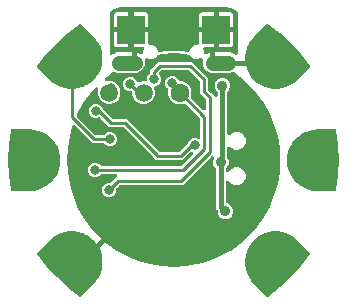
<source format=gbr>
G04 EAGLE Gerber RS-274X export*
G75*
%MOMM*%
%FSLAX34Y34*%
%LPD*%
%INBottom Copper*%
%IPPOS*%
%AMOC8*
5,1,8,0,0,1.08239X$1,22.5*%
G01*
%ADD10C,4.216000*%
%ADD11C,1.600000*%
%ADD12R,2.413000X2.413000*%
%ADD13C,1.308000*%
%ADD14C,1.500000*%
%ADD15C,0.406400*%
%ADD16C,0.800100*%
%ADD17C,0.254000*%
%ADD18C,0.906400*%

G36*
X10039Y-89862D02*
X10039Y-89862D01*
X10088Y-89853D01*
X10209Y-89843D01*
X20037Y-88173D01*
X20085Y-88159D01*
X20204Y-88135D01*
X29784Y-85375D01*
X29830Y-85356D01*
X29945Y-85319D01*
X39155Y-81503D01*
X39199Y-81479D01*
X39309Y-81429D01*
X48034Y-76607D01*
X48075Y-76578D01*
X48179Y-76516D01*
X56310Y-70747D01*
X56347Y-70714D01*
X56443Y-70641D01*
X63877Y-63998D01*
X63910Y-63960D01*
X63998Y-63877D01*
X70641Y-56443D01*
X70669Y-56402D01*
X70747Y-56310D01*
X76516Y-48179D01*
X76540Y-48135D01*
X76607Y-48034D01*
X81429Y-39309D01*
X81447Y-39267D01*
X81451Y-39260D01*
X81453Y-39255D01*
X81503Y-39155D01*
X85319Y-29945D01*
X85332Y-29896D01*
X85375Y-29784D01*
X88135Y-20204D01*
X88143Y-20154D01*
X88173Y-20037D01*
X89843Y-10209D01*
X89845Y-10159D01*
X89862Y-10039D01*
X90421Y-85D01*
X90418Y-35D01*
X90421Y85D01*
X89862Y10039D01*
X89853Y10088D01*
X89843Y10209D01*
X88173Y20037D01*
X88159Y20085D01*
X88135Y20204D01*
X85375Y29784D01*
X85356Y29830D01*
X85319Y29945D01*
X81503Y39155D01*
X81479Y39199D01*
X81429Y39309D01*
X76607Y48034D01*
X76578Y48075D01*
X76516Y48179D01*
X70747Y56310D01*
X70714Y56347D01*
X70641Y56443D01*
X63998Y63877D01*
X63960Y63910D01*
X63877Y63998D01*
X56443Y70641D01*
X56402Y70669D01*
X56310Y70747D01*
X51078Y74459D01*
X50970Y74519D01*
X50867Y74585D01*
X50818Y74602D01*
X50772Y74627D01*
X50654Y74660D01*
X50538Y74701D01*
X50487Y74707D01*
X50437Y74721D01*
X50314Y74727D01*
X50192Y74740D01*
X50140Y74734D01*
X50088Y74737D01*
X49968Y74714D01*
X49846Y74700D01*
X49783Y74679D01*
X49746Y74672D01*
X49703Y74653D01*
X49613Y74624D01*
X47785Y73867D01*
X31295Y73867D01*
X28144Y75172D01*
X25732Y77584D01*
X24427Y80735D01*
X24427Y84155D01*
X24446Y84221D01*
X24483Y84314D01*
X24494Y84388D01*
X24514Y84459D01*
X24519Y84560D01*
X24534Y84659D01*
X24528Y84733D01*
X24531Y84808D01*
X24513Y84906D01*
X24505Y85006D01*
X24482Y85077D01*
X24469Y85150D01*
X24429Y85243D01*
X24398Y85338D01*
X24359Y85402D01*
X24330Y85470D01*
X24270Y85551D01*
X24218Y85637D01*
X24166Y85690D01*
X24122Y85750D01*
X24045Y85815D01*
X23975Y85887D01*
X23913Y85927D01*
X23856Y85975D01*
X23767Y86021D01*
X23682Y86075D01*
X23612Y86100D01*
X23546Y86134D01*
X23448Y86158D01*
X23354Y86192D01*
X23280Y86200D01*
X23207Y86218D01*
X23107Y86219D01*
X23007Y86230D01*
X22933Y86222D01*
X22859Y86223D01*
X22761Y86201D01*
X22661Y86190D01*
X22566Y86159D01*
X22518Y86149D01*
X22486Y86133D01*
X22428Y86115D01*
X20702Y85399D01*
X18298Y85399D01*
X16758Y86037D01*
X16709Y86051D01*
X16664Y86073D01*
X16542Y86099D01*
X16508Y86109D01*
X16478Y86132D01*
X16261Y86243D01*
X16078Y86319D01*
X14379Y88018D01*
X14204Y88441D01*
X14170Y88501D01*
X14164Y88518D01*
X14151Y88536D01*
X14144Y88548D01*
X14092Y88659D01*
X14060Y88700D01*
X14035Y88745D01*
X13952Y88836D01*
X13876Y88933D01*
X13835Y88965D01*
X13800Y89004D01*
X13700Y89073D01*
X13604Y89150D01*
X13556Y89172D01*
X13514Y89202D01*
X13400Y89247D01*
X13289Y89300D01*
X13225Y89316D01*
X13189Y89330D01*
X13143Y89337D01*
X13052Y89360D01*
X10209Y89843D01*
X10159Y89845D01*
X10039Y89862D01*
X85Y90421D01*
X35Y90418D01*
X-85Y90421D01*
X-10039Y89862D01*
X-10088Y89853D01*
X-10209Y89843D01*
X-13052Y89360D01*
X-13169Y89325D01*
X-13289Y89299D01*
X-13336Y89277D01*
X-13386Y89262D01*
X-13493Y89202D01*
X-13604Y89150D01*
X-13645Y89117D01*
X-13690Y89092D01*
X-13780Y89009D01*
X-13877Y88932D01*
X-13909Y88891D01*
X-13947Y88856D01*
X-14016Y88755D01*
X-14092Y88659D01*
X-14122Y88600D01*
X-14144Y88569D01*
X-14161Y88525D01*
X-14204Y88441D01*
X-14379Y88018D01*
X-16078Y86319D01*
X-18298Y85399D01*
X-20702Y85399D01*
X-22428Y86115D01*
X-22525Y86142D01*
X-22618Y86179D01*
X-22692Y86190D01*
X-22763Y86210D01*
X-22864Y86215D01*
X-22963Y86230D01*
X-23037Y86224D01*
X-23112Y86227D01*
X-23210Y86209D01*
X-23310Y86201D01*
X-23381Y86178D01*
X-23454Y86165D01*
X-23547Y86125D01*
X-23642Y86094D01*
X-23706Y86055D01*
X-23774Y86026D01*
X-23855Y85966D01*
X-23941Y85914D01*
X-23994Y85862D01*
X-24054Y85818D01*
X-24119Y85741D01*
X-24191Y85671D01*
X-24231Y85609D01*
X-24279Y85552D01*
X-24325Y85463D01*
X-24379Y85378D01*
X-24404Y85308D01*
X-24438Y85242D01*
X-24462Y85144D01*
X-24496Y85050D01*
X-24504Y84975D01*
X-24522Y84903D01*
X-24523Y84803D01*
X-24535Y84703D01*
X-24526Y84629D01*
X-24527Y84555D01*
X-24506Y84457D01*
X-24494Y84357D01*
X-24463Y84261D01*
X-24453Y84214D01*
X-24437Y84182D01*
X-24427Y84151D01*
X-24427Y80735D01*
X-25732Y77584D01*
X-28144Y75172D01*
X-31295Y73867D01*
X-47785Y73867D01*
X-49613Y74624D01*
X-49731Y74658D01*
X-49847Y74700D01*
X-49898Y74706D01*
X-49948Y74720D01*
X-50071Y74726D01*
X-50193Y74740D01*
X-50245Y74735D01*
X-50296Y74737D01*
X-50417Y74715D01*
X-50539Y74701D01*
X-50588Y74684D01*
X-50639Y74675D01*
X-50752Y74626D01*
X-50867Y74585D01*
X-50924Y74551D01*
X-50959Y74536D01*
X-50997Y74508D01*
X-51078Y74459D01*
X-56310Y70747D01*
X-56345Y70715D01*
X-56377Y70695D01*
X-56391Y70681D01*
X-56443Y70641D01*
X-57959Y69286D01*
X-58021Y69216D01*
X-58090Y69154D01*
X-58136Y69087D01*
X-58191Y69025D01*
X-58235Y68944D01*
X-58288Y68867D01*
X-58318Y68791D01*
X-58357Y68719D01*
X-58382Y68629D01*
X-58416Y68543D01*
X-58428Y68462D01*
X-58450Y68383D01*
X-58453Y68290D01*
X-58467Y68198D01*
X-58460Y68116D01*
X-58463Y68035D01*
X-58446Y67944D01*
X-58438Y67851D01*
X-58413Y67773D01*
X-58397Y67693D01*
X-58359Y67608D01*
X-58331Y67519D01*
X-58289Y67449D01*
X-58255Y67374D01*
X-58199Y67300D01*
X-58151Y67220D01*
X-58094Y67162D01*
X-58045Y67097D01*
X-57973Y67037D01*
X-57908Y66971D01*
X-57839Y66926D01*
X-57776Y66874D01*
X-57693Y66833D01*
X-57615Y66782D01*
X-57538Y66755D01*
X-57465Y66718D01*
X-57374Y66697D01*
X-57286Y66666D01*
X-57205Y66657D01*
X-57126Y66638D01*
X-57033Y66637D01*
X-56940Y66627D01*
X-56859Y66636D01*
X-56777Y66636D01*
X-56686Y66657D01*
X-56594Y66668D01*
X-56547Y66683D01*
X-55593Y66683D01*
X-55591Y66683D01*
X-55589Y66683D01*
X-55413Y66703D01*
X-55246Y66723D01*
X-55245Y66723D01*
X-55243Y66724D01*
X-55010Y66799D01*
X-54540Y66993D01*
X-52140Y66993D01*
X-49922Y66075D01*
X-48208Y64360D01*
X-48161Y64277D01*
X-48079Y64129D01*
X-48078Y64128D01*
X-48077Y64126D01*
X-47918Y63940D01*
X-46529Y62550D01*
X-45077Y59046D01*
X-45077Y55254D01*
X-46529Y51750D01*
X-49210Y49069D01*
X-52714Y47617D01*
X-56506Y47617D01*
X-60010Y49069D01*
X-62691Y51750D01*
X-64143Y55254D01*
X-64143Y59046D01*
X-63969Y59465D01*
X-63944Y59554D01*
X-63909Y59640D01*
X-63896Y59721D01*
X-63874Y59800D01*
X-63869Y59893D01*
X-63855Y59985D01*
X-63861Y60066D01*
X-63857Y60148D01*
X-63873Y60239D01*
X-63880Y60332D01*
X-63905Y60410D01*
X-63919Y60491D01*
X-63956Y60576D01*
X-63984Y60665D01*
X-64026Y60735D01*
X-64058Y60810D01*
X-64114Y60885D01*
X-64161Y60965D01*
X-64217Y61024D01*
X-64266Y61090D01*
X-64337Y61150D01*
X-64401Y61218D01*
X-64470Y61262D01*
X-64532Y61315D01*
X-64615Y61358D01*
X-64693Y61409D01*
X-64769Y61437D01*
X-64842Y61474D01*
X-64933Y61497D01*
X-65020Y61529D01*
X-65101Y61538D01*
X-65180Y61558D01*
X-65273Y61560D01*
X-65366Y61571D01*
X-65447Y61562D01*
X-65529Y61563D01*
X-65620Y61543D01*
X-65712Y61533D01*
X-65789Y61506D01*
X-65869Y61489D01*
X-65954Y61449D01*
X-66041Y61418D01*
X-66110Y61374D01*
X-66184Y61339D01*
X-66257Y61281D01*
X-66335Y61231D01*
X-66418Y61153D01*
X-66457Y61122D01*
X-66476Y61098D01*
X-66512Y61063D01*
X-70641Y56443D01*
X-70669Y56402D01*
X-70747Y56310D01*
X-76516Y48179D01*
X-76540Y48135D01*
X-76607Y48034D01*
X-81429Y39309D01*
X-81448Y39263D01*
X-81503Y39155D01*
X-81849Y38320D01*
X-81870Y38246D01*
X-81901Y38176D01*
X-81918Y38079D01*
X-81945Y37985D01*
X-81949Y37909D01*
X-81962Y37833D01*
X-81957Y37735D01*
X-81962Y37637D01*
X-81948Y37562D01*
X-81944Y37485D01*
X-81917Y37391D01*
X-81899Y37294D01*
X-81869Y37224D01*
X-81848Y37150D01*
X-81800Y37064D01*
X-81761Y36974D01*
X-81715Y36913D01*
X-81678Y36846D01*
X-81581Y36732D01*
X-81553Y36694D01*
X-81538Y36682D01*
X-81519Y36660D01*
X-66388Y21529D01*
X-66289Y21450D01*
X-66195Y21366D01*
X-66153Y21342D01*
X-66115Y21312D01*
X-66001Y21258D01*
X-65890Y21197D01*
X-65844Y21184D01*
X-65800Y21163D01*
X-65677Y21137D01*
X-65555Y21102D01*
X-65494Y21097D01*
X-65459Y21090D01*
X-65411Y21091D01*
X-65311Y21083D01*
X-59835Y21083D01*
X-59710Y21097D01*
X-59584Y21104D01*
X-59537Y21117D01*
X-59489Y21123D01*
X-59370Y21165D01*
X-59249Y21200D01*
X-59207Y21224D01*
X-59161Y21240D01*
X-59055Y21309D01*
X-58945Y21370D01*
X-58898Y21410D01*
X-58868Y21429D01*
X-58835Y21464D01*
X-58758Y21529D01*
X-57393Y22895D01*
X-55175Y23813D01*
X-52775Y23813D01*
X-50557Y22895D01*
X-48860Y21198D01*
X-47942Y18980D01*
X-47942Y16580D01*
X-48860Y14362D01*
X-50557Y12665D01*
X-52775Y11747D01*
X-55175Y11747D01*
X-57393Y12665D01*
X-58758Y14031D01*
X-58858Y14110D01*
X-58951Y14194D01*
X-58994Y14218D01*
X-59031Y14248D01*
X-59146Y14302D01*
X-59256Y14363D01*
X-59303Y14376D01*
X-59346Y14397D01*
X-59470Y14423D01*
X-59592Y14458D01*
X-59652Y14463D01*
X-59687Y14470D01*
X-59735Y14469D01*
X-59835Y14477D01*
X-68678Y14477D01*
X-71059Y16858D01*
X-83238Y29037D01*
X-83286Y29075D01*
X-83328Y29120D01*
X-83422Y29184D01*
X-83511Y29254D01*
X-83567Y29280D01*
X-83618Y29314D01*
X-83724Y29354D01*
X-83826Y29403D01*
X-83886Y29416D01*
X-83944Y29437D01*
X-84056Y29452D01*
X-84167Y29476D01*
X-84228Y29475D01*
X-84289Y29483D01*
X-84402Y29472D01*
X-84515Y29470D01*
X-84575Y29455D01*
X-84636Y29449D01*
X-84743Y29413D01*
X-84853Y29385D01*
X-84908Y29357D01*
X-84966Y29337D01*
X-85062Y29277D01*
X-85163Y29226D01*
X-85210Y29186D01*
X-85262Y29153D01*
X-85342Y29073D01*
X-85428Y29000D01*
X-85465Y28950D01*
X-85508Y28907D01*
X-85568Y28811D01*
X-85636Y28719D01*
X-85660Y28663D01*
X-85692Y28611D01*
X-85762Y28426D01*
X-85774Y28399D01*
X-85775Y28392D01*
X-85779Y28382D01*
X-88135Y20204D01*
X-88143Y20154D01*
X-88173Y20037D01*
X-89843Y10209D01*
X-89845Y10159D01*
X-89862Y10039D01*
X-90421Y85D01*
X-90418Y35D01*
X-90421Y-85D01*
X-89862Y-10039D01*
X-89853Y-10088D01*
X-89843Y-10209D01*
X-88173Y-20037D01*
X-88159Y-20085D01*
X-88135Y-20204D01*
X-85375Y-29784D01*
X-85356Y-29830D01*
X-85319Y-29945D01*
X-81503Y-39155D01*
X-81479Y-39199D01*
X-81429Y-39309D01*
X-76607Y-48034D01*
X-76578Y-48075D01*
X-76516Y-48179D01*
X-70747Y-56310D01*
X-70714Y-56347D01*
X-70641Y-56443D01*
X-63998Y-63877D01*
X-63960Y-63910D01*
X-63877Y-63998D01*
X-56443Y-70641D01*
X-56402Y-70669D01*
X-56310Y-70747D01*
X-48179Y-76516D01*
X-48135Y-76540D01*
X-48034Y-76607D01*
X-39309Y-81429D01*
X-39263Y-81448D01*
X-39155Y-81503D01*
X-29945Y-85319D01*
X-29896Y-85332D01*
X-29784Y-85375D01*
X-20204Y-88135D01*
X-20154Y-88143D01*
X-20037Y-88173D01*
X-10209Y-89843D01*
X-10159Y-89845D01*
X-10039Y-89862D01*
X-85Y-90421D01*
X-35Y-90418D01*
X85Y-90421D01*
X10039Y-89862D01*
G37*
%LPC*%
G36*
X42509Y-49745D02*
X42509Y-49745D01*
X40096Y-48745D01*
X38250Y-46899D01*
X37250Y-44486D01*
X37250Y-42995D01*
X37236Y-42869D01*
X37229Y-42743D01*
X37216Y-42696D01*
X37210Y-42648D01*
X37168Y-42529D01*
X37133Y-42408D01*
X37109Y-42366D01*
X37093Y-42320D01*
X37024Y-42214D01*
X36963Y-42104D01*
X36923Y-42058D01*
X36904Y-42028D01*
X36869Y-41994D01*
X36804Y-41918D01*
X35940Y-41054D01*
X35940Y-7755D01*
X35926Y-7630D01*
X35919Y-7503D01*
X35906Y-7457D01*
X35900Y-7409D01*
X35858Y-7290D01*
X35823Y-7169D01*
X35799Y-7126D01*
X35783Y-7081D01*
X35714Y-6975D01*
X35653Y-6864D01*
X35613Y-6818D01*
X35594Y-6788D01*
X35559Y-6755D01*
X35494Y-6678D01*
X34440Y-5624D01*
X33440Y-3211D01*
X33440Y-599D01*
X34214Y1269D01*
X34228Y1317D01*
X34249Y1363D01*
X34276Y1484D01*
X34310Y1604D01*
X34312Y1654D01*
X34323Y1704D01*
X34321Y1828D01*
X34327Y1952D01*
X34318Y2002D01*
X34317Y2052D01*
X34286Y2173D01*
X34264Y2295D01*
X34244Y2341D01*
X34232Y2390D01*
X34175Y2501D01*
X34125Y2615D01*
X34095Y2655D01*
X34072Y2700D01*
X33991Y2795D01*
X33917Y2894D01*
X33879Y2927D01*
X33846Y2965D01*
X33746Y3039D01*
X33651Y3119D01*
X33607Y3142D01*
X33566Y3172D01*
X33452Y3222D01*
X33341Y3278D01*
X33292Y3290D01*
X33246Y3310D01*
X33124Y3332D01*
X33003Y3362D01*
X32953Y3363D01*
X32903Y3372D01*
X32779Y3366D01*
X32654Y3367D01*
X32605Y3357D01*
X32555Y3354D01*
X32435Y3320D01*
X32314Y3293D01*
X32269Y3272D01*
X32220Y3258D01*
X32112Y3197D01*
X31999Y3143D01*
X31960Y3112D01*
X31916Y3087D01*
X31730Y2929D01*
X10099Y-18702D01*
X7718Y-21083D01*
X-44991Y-21083D01*
X-45117Y-21097D01*
X-45243Y-21104D01*
X-45289Y-21117D01*
X-45337Y-21123D01*
X-45456Y-21165D01*
X-45578Y-21200D01*
X-45620Y-21224D01*
X-45665Y-21240D01*
X-45772Y-21309D01*
X-45882Y-21370D01*
X-45928Y-21410D01*
X-45958Y-21429D01*
X-45992Y-21464D01*
X-46068Y-21529D01*
X-48131Y-23591D01*
X-48209Y-23690D01*
X-48294Y-23784D01*
X-48317Y-23827D01*
X-48347Y-23864D01*
X-48401Y-23979D01*
X-48462Y-24089D01*
X-48476Y-24136D01*
X-48496Y-24179D01*
X-48523Y-24303D01*
X-48557Y-24425D01*
X-48562Y-24485D01*
X-48570Y-24520D01*
X-48569Y-24568D01*
X-48577Y-24668D01*
X-48577Y-26600D01*
X-49495Y-28818D01*
X-51192Y-30515D01*
X-53410Y-31433D01*
X-55810Y-31433D01*
X-58028Y-30515D01*
X-59725Y-28818D01*
X-60643Y-26600D01*
X-60643Y-24200D01*
X-59725Y-21982D01*
X-58028Y-20285D01*
X-55810Y-19367D01*
X-53878Y-19367D01*
X-53753Y-19352D01*
X-53627Y-19346D01*
X-53580Y-19332D01*
X-53532Y-19327D01*
X-53413Y-19284D01*
X-53292Y-19249D01*
X-53250Y-19226D01*
X-53204Y-19209D01*
X-53098Y-19141D01*
X-52988Y-19079D01*
X-52941Y-19040D01*
X-52911Y-19020D01*
X-52878Y-18986D01*
X-52801Y-18921D01*
X-48039Y-14158D01*
X-47976Y-14080D01*
X-47907Y-14007D01*
X-47868Y-13943D01*
X-47822Y-13885D01*
X-47779Y-13794D01*
X-47728Y-13708D01*
X-47705Y-13637D01*
X-47673Y-13570D01*
X-47652Y-13472D01*
X-47622Y-13376D01*
X-47616Y-13302D01*
X-47600Y-13229D01*
X-47602Y-13129D01*
X-47594Y-13029D01*
X-47605Y-12955D01*
X-47606Y-12881D01*
X-47630Y-12784D01*
X-47645Y-12684D01*
X-47673Y-12615D01*
X-47691Y-12543D01*
X-47737Y-12453D01*
X-47774Y-12360D01*
X-47816Y-12299D01*
X-47851Y-12233D01*
X-47916Y-12156D01*
X-47973Y-12074D01*
X-48028Y-12024D01*
X-48076Y-11968D01*
X-48157Y-11908D01*
X-48232Y-11841D01*
X-48297Y-11805D01*
X-48357Y-11760D01*
X-48449Y-11721D01*
X-48537Y-11672D01*
X-48608Y-11652D01*
X-48677Y-11622D01*
X-48775Y-11605D01*
X-48872Y-11577D01*
X-48972Y-11569D01*
X-49020Y-11561D01*
X-49055Y-11563D01*
X-49116Y-11558D01*
X-60814Y-11558D01*
X-60940Y-11572D01*
X-61066Y-11579D01*
X-61113Y-11592D01*
X-61161Y-11598D01*
X-61280Y-11640D01*
X-61401Y-11675D01*
X-61443Y-11699D01*
X-61489Y-11715D01*
X-61595Y-11784D01*
X-61705Y-11845D01*
X-61752Y-11885D01*
X-61782Y-11904D01*
X-61815Y-11939D01*
X-61892Y-12004D01*
X-63257Y-13370D01*
X-65475Y-14288D01*
X-67875Y-14288D01*
X-70093Y-13370D01*
X-71790Y-11673D01*
X-72708Y-9455D01*
X-72708Y-7055D01*
X-71790Y-4837D01*
X-70093Y-3140D01*
X-67875Y-2222D01*
X-65475Y-2222D01*
X-63257Y-3140D01*
X-61892Y-4506D01*
X-61793Y-4585D01*
X-61699Y-4669D01*
X-61656Y-4693D01*
X-61619Y-4723D01*
X-61504Y-4777D01*
X-61394Y-4838D01*
X-61347Y-4851D01*
X-61303Y-4872D01*
X-61180Y-4898D01*
X-61058Y-4933D01*
X-60998Y-4938D01*
X-60963Y-4945D01*
X-60915Y-4944D01*
X-60814Y-4952D01*
X6256Y-4952D01*
X6382Y-4938D01*
X6508Y-4931D01*
X6554Y-4918D01*
X6602Y-4912D01*
X6721Y-4870D01*
X6843Y-4835D01*
X6885Y-4811D01*
X6930Y-4795D01*
X7037Y-4726D01*
X7147Y-4665D01*
X7193Y-4625D01*
X7223Y-4606D01*
X7257Y-4571D01*
X7333Y-4506D01*
X16330Y4491D01*
X16396Y4574D01*
X16436Y4615D01*
X16452Y4642D01*
X16520Y4723D01*
X16532Y4745D01*
X16547Y4764D01*
X16611Y4899D01*
X16679Y5033D01*
X16685Y5057D01*
X16695Y5079D01*
X16727Y5226D01*
X16763Y5372D01*
X16764Y5396D01*
X16769Y5419D01*
X16766Y5569D01*
X16768Y5720D01*
X16763Y5744D01*
X16763Y5768D01*
X16726Y5914D01*
X16694Y6061D01*
X16684Y6082D01*
X16678Y6106D01*
X16609Y6240D01*
X16544Y6375D01*
X16529Y6394D01*
X16518Y6416D01*
X16421Y6530D01*
X16327Y6648D01*
X16308Y6663D01*
X16292Y6681D01*
X16171Y6771D01*
X16053Y6864D01*
X16027Y6877D01*
X16012Y6888D01*
X15969Y6907D01*
X15836Y6975D01*
X15609Y7069D01*
X15536Y7090D01*
X15466Y7120D01*
X15369Y7137D01*
X15274Y7164D01*
X15198Y7168D01*
X15123Y7182D01*
X15024Y7177D01*
X14926Y7181D01*
X14851Y7168D01*
X14775Y7164D01*
X14680Y7137D01*
X14583Y7119D01*
X14513Y7088D01*
X14440Y7067D01*
X14354Y7019D01*
X14264Y6980D01*
X14202Y6934D01*
X14136Y6897D01*
X14022Y6800D01*
X13984Y6772D01*
X13972Y6757D01*
X13949Y6739D01*
X7718Y507D01*
X-15338Y507D01*
X-17273Y2442D01*
X-17273Y2446D01*
X-17287Y2572D01*
X-17294Y2698D01*
X-17307Y2744D01*
X-17313Y2792D01*
X-17355Y2911D01*
X-17390Y3033D01*
X-17414Y3075D01*
X-17430Y3120D01*
X-17499Y3227D01*
X-17560Y3337D01*
X-17600Y3383D01*
X-17619Y3413D01*
X-17654Y3447D01*
X-17719Y3523D01*
X-42197Y28001D01*
X-42296Y28080D01*
X-42390Y28164D01*
X-42432Y28188D01*
X-42470Y28218D01*
X-42584Y28272D01*
X-42695Y28333D01*
X-42741Y28346D01*
X-42785Y28367D01*
X-42908Y28393D01*
X-43030Y28428D01*
X-43091Y28433D01*
X-43126Y28440D01*
X-43174Y28439D01*
X-43274Y28447D01*
X-54708Y28447D01*
X-62209Y35949D01*
X-62269Y35996D01*
X-62322Y36051D01*
X-62405Y36104D01*
X-62482Y36165D01*
X-62551Y36198D01*
X-62616Y36239D01*
X-62709Y36272D01*
X-62797Y36314D01*
X-62872Y36330D01*
X-62944Y36356D01*
X-63042Y36367D01*
X-63138Y36387D01*
X-63214Y36386D01*
X-63290Y36395D01*
X-63388Y36383D01*
X-63487Y36382D01*
X-63561Y36363D01*
X-63637Y36354D01*
X-63779Y36308D01*
X-63825Y36297D01*
X-63842Y36288D01*
X-63869Y36279D01*
X-64840Y35877D01*
X-67240Y35877D01*
X-69458Y36795D01*
X-71155Y38492D01*
X-72073Y40710D01*
X-72073Y43110D01*
X-71155Y45328D01*
X-69458Y47025D01*
X-67240Y47943D01*
X-64840Y47943D01*
X-62622Y47025D01*
X-60925Y45328D01*
X-60107Y43351D01*
X-60106Y43349D01*
X-60105Y43347D01*
X-60021Y43197D01*
X-59937Y43047D01*
X-59936Y43045D01*
X-59935Y43043D01*
X-59776Y42857D01*
X-59750Y42831D01*
X-52418Y35499D01*
X-52319Y35420D01*
X-52225Y35336D01*
X-52183Y35312D01*
X-52145Y35282D01*
X-52031Y35228D01*
X-51920Y35167D01*
X-51874Y35154D01*
X-51830Y35133D01*
X-51707Y35107D01*
X-51585Y35072D01*
X-51524Y35067D01*
X-51489Y35060D01*
X-51441Y35061D01*
X-51341Y35053D01*
X-39907Y35053D01*
X-37526Y32672D01*
X-12413Y7559D01*
X-12314Y7480D01*
X-12220Y7396D01*
X-12178Y7372D01*
X-12140Y7342D01*
X-12026Y7288D01*
X-11915Y7227D01*
X-11869Y7214D01*
X-11825Y7193D01*
X-11702Y7167D01*
X-11580Y7132D01*
X-11519Y7127D01*
X-11484Y7120D01*
X-11436Y7121D01*
X-11336Y7113D01*
X4351Y7113D01*
X4477Y7127D01*
X4603Y7134D01*
X4649Y7147D01*
X4697Y7153D01*
X4816Y7195D01*
X4938Y7230D01*
X4980Y7254D01*
X5025Y7270D01*
X5132Y7339D01*
X5242Y7400D01*
X5288Y7440D01*
X5318Y7459D01*
X5352Y7494D01*
X5428Y7559D01*
X11490Y13621D01*
X11516Y13647D01*
X11517Y13649D01*
X11519Y13650D01*
X11587Y13736D01*
X11605Y13755D01*
X11616Y13772D01*
X11626Y13785D01*
X11733Y13920D01*
X11734Y13922D01*
X11735Y13924D01*
X11847Y14142D01*
X12665Y16118D01*
X14362Y17815D01*
X16580Y18733D01*
X18980Y18733D01*
X20626Y18051D01*
X20771Y18010D01*
X20914Y17964D01*
X20938Y17962D01*
X20961Y17956D01*
X21112Y17948D01*
X21261Y17936D01*
X21285Y17940D01*
X21309Y17939D01*
X21457Y17966D01*
X21606Y17988D01*
X21628Y17997D01*
X21652Y18001D01*
X21790Y18061D01*
X21930Y18117D01*
X21950Y18131D01*
X21972Y18140D01*
X22093Y18230D01*
X22216Y18316D01*
X22232Y18334D01*
X22252Y18348D01*
X22349Y18463D01*
X22449Y18575D01*
X22461Y18596D01*
X22477Y18614D01*
X22545Y18747D01*
X22618Y18880D01*
X22624Y18903D01*
X22635Y18924D01*
X22672Y19070D01*
X22713Y19215D01*
X22715Y19244D01*
X22720Y19263D01*
X22720Y19310D01*
X22732Y19459D01*
X22732Y34831D01*
X22718Y34957D01*
X22711Y35083D01*
X22698Y35129D01*
X22692Y35177D01*
X22650Y35296D01*
X22615Y35418D01*
X22591Y35460D01*
X22575Y35505D01*
X22506Y35612D01*
X22445Y35722D01*
X22405Y35768D01*
X22386Y35798D01*
X22351Y35832D01*
X22286Y35908D01*
X10625Y47570D01*
X10565Y47617D01*
X10512Y47672D01*
X10429Y47725D01*
X10352Y47786D01*
X10283Y47819D01*
X10218Y47860D01*
X10126Y47893D01*
X10037Y47935D01*
X9962Y47951D01*
X9890Y47977D01*
X9792Y47988D01*
X9696Y48008D01*
X9620Y48007D01*
X9544Y48016D01*
X9446Y48004D01*
X9347Y48002D01*
X9273Y47984D01*
X9197Y47975D01*
X9056Y47929D01*
X9009Y47917D01*
X8992Y47909D01*
X8965Y47900D01*
X7076Y47117D01*
X3084Y47117D01*
X-603Y48645D01*
X-3425Y51467D01*
X-4953Y55154D01*
X-4953Y59146D01*
X-4929Y59202D01*
X-4908Y59276D01*
X-4878Y59346D01*
X-4861Y59443D01*
X-4834Y59537D01*
X-4830Y59614D01*
X-4816Y59689D01*
X-4821Y59787D01*
X-4817Y59885D01*
X-4830Y59961D01*
X-4834Y60037D01*
X-4862Y60131D01*
X-4879Y60228D01*
X-4910Y60298D01*
X-4931Y60372D01*
X-4979Y60458D01*
X-5018Y60548D01*
X-5064Y60609D01*
X-5101Y60676D01*
X-5198Y60790D01*
X-5226Y60828D01*
X-5241Y60840D01*
X-5260Y60862D01*
X-6385Y61987D01*
X-7303Y64205D01*
X-7303Y66605D01*
X-6385Y68823D01*
X-4688Y70520D01*
X-2470Y71438D01*
X-70Y71438D01*
X2148Y70520D01*
X3845Y68823D01*
X4134Y68123D01*
X4172Y68056D01*
X4200Y67985D01*
X4256Y67904D01*
X4304Y67818D01*
X4355Y67762D01*
X4399Y67699D01*
X4472Y67633D01*
X4538Y67560D01*
X4601Y67517D01*
X4658Y67466D01*
X4744Y67418D01*
X4825Y67362D01*
X4896Y67334D01*
X4963Y67297D01*
X5057Y67270D01*
X5149Y67234D01*
X5224Y67223D01*
X5298Y67202D01*
X5447Y67190D01*
X5494Y67183D01*
X5513Y67185D01*
X5542Y67183D01*
X7076Y67183D01*
X10763Y65655D01*
X13585Y62833D01*
X15113Y59146D01*
X15113Y55154D01*
X14702Y54163D01*
X14681Y54090D01*
X14651Y54020D01*
X14634Y53923D01*
X14607Y53828D01*
X14603Y53752D01*
X14589Y53677D01*
X14594Y53578D01*
X14590Y53480D01*
X14603Y53405D01*
X14607Y53329D01*
X14634Y53234D01*
X14652Y53137D01*
X14683Y53067D01*
X14704Y52994D01*
X14752Y52908D01*
X14791Y52818D01*
X14837Y52756D01*
X14874Y52690D01*
X14971Y52576D01*
X14999Y52538D01*
X15014Y52526D01*
X15032Y52503D01*
X25212Y42324D01*
X25290Y42261D01*
X25363Y42192D01*
X25427Y42153D01*
X25485Y42107D01*
X25576Y42064D01*
X25662Y42013D01*
X25733Y41990D01*
X25800Y41958D01*
X25898Y41937D01*
X25994Y41907D01*
X26068Y41901D01*
X26141Y41885D01*
X26241Y41887D01*
X26341Y41879D01*
X26415Y41890D01*
X26489Y41891D01*
X26586Y41915D01*
X26686Y41930D01*
X26755Y41958D01*
X26827Y41976D01*
X26917Y42022D01*
X27010Y42059D01*
X27071Y42101D01*
X27137Y42136D01*
X27214Y42201D01*
X27296Y42258D01*
X27346Y42313D01*
X27402Y42361D01*
X27462Y42442D01*
X27529Y42517D01*
X27565Y42582D01*
X27610Y42642D01*
X27649Y42734D01*
X27698Y42822D01*
X27718Y42893D01*
X27748Y42962D01*
X27765Y43060D01*
X27793Y43157D01*
X27801Y43257D01*
X27809Y43305D01*
X27807Y43340D01*
X27812Y43401D01*
X27812Y50706D01*
X27798Y50832D01*
X27791Y50958D01*
X27778Y51004D01*
X27772Y51052D01*
X27730Y51171D01*
X27695Y51293D01*
X27671Y51335D01*
X27655Y51380D01*
X27586Y51487D01*
X27525Y51597D01*
X27485Y51643D01*
X27466Y51673D01*
X27431Y51707D01*
X27366Y51783D01*
X22097Y57052D01*
X22097Y66581D01*
X22083Y66707D01*
X22076Y66833D01*
X22063Y66879D01*
X22057Y66927D01*
X22015Y67046D01*
X21980Y67168D01*
X21956Y67210D01*
X21940Y67255D01*
X21871Y67362D01*
X21810Y67472D01*
X21770Y67518D01*
X21751Y67548D01*
X21716Y67582D01*
X21651Y67658D01*
X13048Y76261D01*
X12949Y76340D01*
X12855Y76424D01*
X12813Y76448D01*
X12775Y76478D01*
X12661Y76532D01*
X12550Y76593D01*
X12504Y76606D01*
X12460Y76627D01*
X12337Y76653D01*
X12215Y76688D01*
X12154Y76693D01*
X12119Y76700D01*
X12071Y76699D01*
X11971Y76707D01*
X-9431Y76707D01*
X-9557Y76693D01*
X-9683Y76686D01*
X-9729Y76673D01*
X-9777Y76667D01*
X-9896Y76625D01*
X-10018Y76590D01*
X-10060Y76566D01*
X-10105Y76550D01*
X-10211Y76481D01*
X-10322Y76420D01*
X-10368Y76380D01*
X-10398Y76361D01*
X-10432Y76326D01*
X-10508Y76261D01*
X-12006Y74763D01*
X-12023Y74742D01*
X-12043Y74725D01*
X-12131Y74606D01*
X-12223Y74490D01*
X-12234Y74466D01*
X-12250Y74445D01*
X-12309Y74309D01*
X-12372Y74175D01*
X-12377Y74149D01*
X-12388Y74125D01*
X-12414Y73978D01*
X-12445Y73834D01*
X-12445Y73808D01*
X-12450Y73782D01*
X-12442Y73633D01*
X-12439Y73486D01*
X-12433Y73460D01*
X-12432Y73434D01*
X-12391Y73292D01*
X-12354Y73148D01*
X-12342Y73124D01*
X-12335Y73099D01*
X-12263Y72970D01*
X-12195Y72838D01*
X-12178Y72818D01*
X-12165Y72795D01*
X-12006Y72609D01*
X-11395Y71998D01*
X-10477Y69780D01*
X-10477Y67380D01*
X-11395Y65162D01*
X-13092Y63465D01*
X-15540Y62452D01*
X-15668Y62410D01*
X-15689Y62398D01*
X-15712Y62389D01*
X-15838Y62308D01*
X-15967Y62230D01*
X-15984Y62213D01*
X-16005Y62200D01*
X-16109Y62092D01*
X-16217Y61987D01*
X-16230Y61967D01*
X-16247Y61950D01*
X-16324Y61821D01*
X-16405Y61694D01*
X-16413Y61671D01*
X-16426Y61651D01*
X-16471Y61508D01*
X-16522Y61366D01*
X-16525Y61342D01*
X-16532Y61319D01*
X-16544Y61169D01*
X-16561Y61019D01*
X-16558Y60995D01*
X-16560Y60971D01*
X-16538Y60822D01*
X-16520Y60673D01*
X-16511Y60646D01*
X-16508Y60627D01*
X-16491Y60583D01*
X-16445Y60441D01*
X-15867Y59046D01*
X-15867Y55254D01*
X-17319Y51750D01*
X-20000Y49069D01*
X-23504Y47617D01*
X-27296Y47617D01*
X-30800Y49069D01*
X-33481Y51750D01*
X-34933Y55254D01*
X-34933Y57214D01*
X-34936Y57240D01*
X-34934Y57266D01*
X-34956Y57412D01*
X-34973Y57560D01*
X-34981Y57584D01*
X-34985Y57610D01*
X-35040Y57748D01*
X-35090Y57888D01*
X-35104Y57910D01*
X-35114Y57934D01*
X-35199Y58056D01*
X-35279Y58181D01*
X-35298Y58199D01*
X-35313Y58220D01*
X-35423Y58319D01*
X-35530Y58423D01*
X-35552Y58436D01*
X-35572Y58454D01*
X-35702Y58526D01*
X-35829Y58602D01*
X-35854Y58610D01*
X-35877Y58622D01*
X-36020Y58663D01*
X-36161Y58708D01*
X-36187Y58710D01*
X-36212Y58717D01*
X-36456Y58737D01*
X-38030Y58737D01*
X-40248Y59655D01*
X-41945Y61352D01*
X-42863Y63570D01*
X-42863Y65970D01*
X-41945Y68188D01*
X-40248Y69885D01*
X-38030Y70803D01*
X-35630Y70803D01*
X-33412Y69885D01*
X-31715Y68188D01*
X-31119Y66748D01*
X-31106Y66725D01*
X-31098Y66700D01*
X-31022Y66573D01*
X-30950Y66443D01*
X-30932Y66424D01*
X-30919Y66402D01*
X-30815Y66295D01*
X-30716Y66185D01*
X-30694Y66170D01*
X-30676Y66152D01*
X-30551Y66071D01*
X-30429Y65987D01*
X-30404Y65977D01*
X-30382Y65963D01*
X-30242Y65914D01*
X-30105Y65859D01*
X-30079Y65855D01*
X-30054Y65847D01*
X-29906Y65830D01*
X-29760Y65808D01*
X-29734Y65811D01*
X-29708Y65808D01*
X-29560Y65825D01*
X-29413Y65837D01*
X-29388Y65845D01*
X-29362Y65848D01*
X-29129Y65924D01*
X-27296Y66683D01*
X-24066Y66683D01*
X-24040Y66686D01*
X-24014Y66684D01*
X-23868Y66706D01*
X-23720Y66723D01*
X-23696Y66731D01*
X-23670Y66735D01*
X-23532Y66790D01*
X-23392Y66840D01*
X-23370Y66854D01*
X-23346Y66864D01*
X-23224Y66949D01*
X-23099Y67029D01*
X-23081Y67048D01*
X-23060Y67063D01*
X-22961Y67173D01*
X-22857Y67280D01*
X-22844Y67302D01*
X-22826Y67322D01*
X-22754Y67452D01*
X-22678Y67579D01*
X-22670Y67604D01*
X-22658Y67627D01*
X-22617Y67770D01*
X-22572Y67911D01*
X-22570Y67937D01*
X-22563Y67962D01*
X-22543Y68206D01*
X-22543Y69780D01*
X-21625Y71998D01*
X-20259Y73363D01*
X-20180Y73463D01*
X-20096Y73556D01*
X-20072Y73599D01*
X-20042Y73636D01*
X-19988Y73751D01*
X-19927Y73861D01*
X-19914Y73908D01*
X-19893Y73951D01*
X-19867Y74075D01*
X-19832Y74197D01*
X-19827Y74257D01*
X-19820Y74292D01*
X-19821Y74340D01*
X-19813Y74440D01*
X-19813Y76298D01*
X-12798Y83313D01*
X15338Y83313D01*
X26322Y72329D01*
X28703Y69948D01*
X28703Y60419D01*
X28717Y60293D01*
X28724Y60167D01*
X28737Y60121D01*
X28743Y60073D01*
X28785Y59954D01*
X28820Y59832D01*
X28844Y59790D01*
X28860Y59745D01*
X28929Y59638D01*
X28990Y59528D01*
X29030Y59482D01*
X29049Y59452D01*
X29084Y59418D01*
X29123Y59372D01*
X29124Y59371D01*
X29149Y59342D01*
X32037Y56454D01*
X34610Y53881D01*
X34688Y53818D01*
X34761Y53749D01*
X34825Y53710D01*
X34883Y53664D01*
X34974Y53621D01*
X35060Y53570D01*
X35131Y53547D01*
X35198Y53515D01*
X35296Y53494D01*
X35392Y53464D01*
X35466Y53458D01*
X35539Y53442D01*
X35639Y53444D01*
X35739Y53436D01*
X35813Y53447D01*
X35887Y53448D01*
X35984Y53472D01*
X36084Y53487D01*
X36153Y53515D01*
X36225Y53533D01*
X36314Y53579D01*
X36408Y53616D01*
X36469Y53658D01*
X36535Y53693D01*
X36611Y53758D01*
X36694Y53815D01*
X36744Y53870D01*
X36800Y53918D01*
X36860Y53999D01*
X36927Y54074D01*
X36963Y54139D01*
X37008Y54199D01*
X37047Y54291D01*
X37096Y54379D01*
X37116Y54450D01*
X37146Y54519D01*
X37163Y54617D01*
X37191Y54714D01*
X37199Y54814D01*
X37207Y54862D01*
X37205Y54897D01*
X37210Y54958D01*
X37210Y57015D01*
X37196Y57140D01*
X37189Y57267D01*
X37176Y57313D01*
X37170Y57361D01*
X37128Y57480D01*
X37093Y57601D01*
X37069Y57644D01*
X37053Y57689D01*
X36984Y57795D01*
X36923Y57906D01*
X36883Y57952D01*
X36864Y57982D01*
X36829Y58015D01*
X36764Y58092D01*
X35710Y59146D01*
X34710Y61559D01*
X34710Y64171D01*
X35710Y66584D01*
X37556Y68430D01*
X39969Y69430D01*
X42581Y69430D01*
X44994Y68430D01*
X46840Y66584D01*
X47840Y64171D01*
X47840Y61559D01*
X46840Y59146D01*
X45786Y58092D01*
X45707Y57993D01*
X45623Y57899D01*
X45599Y57857D01*
X45569Y57819D01*
X45515Y57705D01*
X45454Y57594D01*
X45441Y57547D01*
X45420Y57504D01*
X45394Y57380D01*
X45359Y57259D01*
X45354Y57198D01*
X45347Y57163D01*
X45348Y57115D01*
X45340Y57015D01*
X45340Y22611D01*
X45351Y22512D01*
X45353Y22411D01*
X45371Y22339D01*
X45380Y22265D01*
X45413Y22171D01*
X45438Y22073D01*
X45472Y22007D01*
X45497Y21937D01*
X45552Y21853D01*
X45598Y21763D01*
X45646Y21707D01*
X45686Y21644D01*
X45758Y21574D01*
X45823Y21498D01*
X45883Y21454D01*
X45937Y21402D01*
X46023Y21351D01*
X46104Y21291D01*
X46172Y21261D01*
X46236Y21223D01*
X46332Y21193D01*
X46424Y21153D01*
X46497Y21140D01*
X46568Y21117D01*
X46668Y21109D01*
X46767Y21091D01*
X46841Y21095D01*
X46915Y21089D01*
X47015Y21104D01*
X47115Y21109D01*
X47186Y21130D01*
X47260Y21141D01*
X47353Y21178D01*
X47450Y21206D01*
X47515Y21242D01*
X47584Y21269D01*
X47666Y21327D01*
X47754Y21376D01*
X47830Y21441D01*
X47870Y21468D01*
X47894Y21495D01*
X47940Y21534D01*
X49069Y22663D01*
X51840Y23811D01*
X54840Y23811D01*
X57612Y22663D01*
X59733Y20542D01*
X60881Y17770D01*
X60881Y14770D01*
X59733Y11998D01*
X57612Y9877D01*
X54840Y8729D01*
X51840Y8729D01*
X49069Y9877D01*
X47940Y11006D01*
X47861Y11068D01*
X47789Y11138D01*
X47725Y11176D01*
X47667Y11222D01*
X47576Y11265D01*
X47490Y11317D01*
X47419Y11339D01*
X47352Y11371D01*
X47254Y11392D01*
X47158Y11423D01*
X47084Y11429D01*
X47011Y11445D01*
X46911Y11443D01*
X46811Y11451D01*
X46737Y11440D01*
X46663Y11439D01*
X46566Y11414D01*
X46466Y11399D01*
X46397Y11372D01*
X46325Y11354D01*
X46236Y11308D01*
X46142Y11271D01*
X46081Y11228D01*
X46015Y11194D01*
X45939Y11129D01*
X45856Y11072D01*
X45806Y11016D01*
X45750Y10968D01*
X45690Y10887D01*
X45623Y10813D01*
X45587Y10748D01*
X45542Y10688D01*
X45503Y10596D01*
X45454Y10508D01*
X45434Y10436D01*
X45404Y10368D01*
X45387Y10269D01*
X45359Y10172D01*
X45351Y10072D01*
X45343Y10025D01*
X45345Y9989D01*
X45340Y9929D01*
X45340Y2673D01*
X45340Y2671D01*
X45340Y2669D01*
X45360Y2495D01*
X45380Y2327D01*
X45380Y2325D01*
X45381Y2323D01*
X45456Y2090D01*
X46570Y-599D01*
X46570Y-3211D01*
X45570Y-5624D01*
X44516Y-6678D01*
X44437Y-6777D01*
X44353Y-6871D01*
X44329Y-6913D01*
X44299Y-6951D01*
X44245Y-7065D01*
X44184Y-7176D01*
X44171Y-7223D01*
X44150Y-7266D01*
X44124Y-7390D01*
X44089Y-7511D01*
X44084Y-7572D01*
X44077Y-7607D01*
X44078Y-7655D01*
X44070Y-7755D01*
X44070Y-8748D01*
X44076Y-8798D01*
X44073Y-8848D01*
X44095Y-8971D01*
X44110Y-9094D01*
X44127Y-9141D01*
X44136Y-9191D01*
X44185Y-9305D01*
X44227Y-9422D01*
X44254Y-9464D01*
X44275Y-9511D01*
X44349Y-9610D01*
X44416Y-9715D01*
X44452Y-9750D01*
X44483Y-9790D01*
X44577Y-9871D01*
X44667Y-9957D01*
X44710Y-9983D01*
X44749Y-10015D01*
X44859Y-10072D01*
X44966Y-10136D01*
X45014Y-10151D01*
X45059Y-10174D01*
X45180Y-10204D01*
X45298Y-10242D01*
X45348Y-10246D01*
X45397Y-10258D01*
X45521Y-10260D01*
X45645Y-10270D01*
X45695Y-10263D01*
X45746Y-10263D01*
X45867Y-10237D01*
X45990Y-10218D01*
X46037Y-10200D01*
X46086Y-10189D01*
X46198Y-10136D01*
X46314Y-10090D01*
X46355Y-10061D01*
X46401Y-10039D01*
X46498Y-9962D01*
X46600Y-9891D01*
X46634Y-9853D01*
X46673Y-9822D01*
X46750Y-9724D01*
X46833Y-9632D01*
X46858Y-9588D01*
X46889Y-9548D01*
X46922Y-9484D01*
X49068Y-7337D01*
X51840Y-6189D01*
X54840Y-6189D01*
X57612Y-7337D01*
X59733Y-9458D01*
X60881Y-12230D01*
X60881Y-15230D01*
X59733Y-18002D01*
X57612Y-20123D01*
X54840Y-21271D01*
X51840Y-21271D01*
X49068Y-20123D01*
X46913Y-17968D01*
X46891Y-17934D01*
X46831Y-17825D01*
X46797Y-17788D01*
X46770Y-17745D01*
X46681Y-17659D01*
X46597Y-17567D01*
X46555Y-17538D01*
X46519Y-17503D01*
X46413Y-17439D01*
X46310Y-17369D01*
X46263Y-17350D01*
X46220Y-17324D01*
X46102Y-17286D01*
X45986Y-17241D01*
X45936Y-17233D01*
X45888Y-17218D01*
X45764Y-17208D01*
X45641Y-17190D01*
X45591Y-17194D01*
X45541Y-17190D01*
X45418Y-17208D01*
X45294Y-17219D01*
X45246Y-17234D01*
X45196Y-17242D01*
X45080Y-17288D01*
X44962Y-17326D01*
X44919Y-17352D01*
X44872Y-17370D01*
X44770Y-17441D01*
X44664Y-17505D01*
X44628Y-17541D01*
X44586Y-17569D01*
X44503Y-17662D01*
X44414Y-17748D01*
X44386Y-17791D01*
X44353Y-17828D01*
X44292Y-17937D01*
X44225Y-18041D01*
X44209Y-18089D01*
X44184Y-18133D01*
X44150Y-18253D01*
X44109Y-18370D01*
X44103Y-18420D01*
X44089Y-18469D01*
X44070Y-18712D01*
X44070Y-35162D01*
X44078Y-35238D01*
X44077Y-35314D01*
X44098Y-35411D01*
X44110Y-35508D01*
X44135Y-35580D01*
X44152Y-35655D01*
X44194Y-35744D01*
X44227Y-35836D01*
X44269Y-35901D01*
X44301Y-35970D01*
X44363Y-36047D01*
X44416Y-36129D01*
X44471Y-36182D01*
X44519Y-36242D01*
X44596Y-36303D01*
X44667Y-36371D01*
X44732Y-36411D01*
X44792Y-36458D01*
X44926Y-36526D01*
X44966Y-36550D01*
X44984Y-36556D01*
X45010Y-36569D01*
X47534Y-37615D01*
X49380Y-39461D01*
X50380Y-41874D01*
X50380Y-44486D01*
X49380Y-46899D01*
X47534Y-48745D01*
X45121Y-49745D01*
X42509Y-49745D01*
G37*
%LPD*%
G36*
X-33448Y86185D02*
X-33448Y86185D01*
X-33424Y86183D01*
X-33275Y86206D01*
X-33126Y86223D01*
X-33098Y86232D01*
X-33079Y86235D01*
X-33035Y86252D01*
X-32893Y86298D01*
X-32365Y86517D01*
X-32329Y86537D01*
X-32290Y86550D01*
X-32177Y86621D01*
X-32061Y86686D01*
X-32030Y86714D01*
X-31995Y86736D01*
X-31901Y86831D01*
X-31802Y86920D01*
X-31779Y86954D01*
X-31765Y86969D01*
X-31649Y87052D01*
X-31517Y87144D01*
X-31508Y87153D01*
X-31498Y87161D01*
X-31391Y87283D01*
X-31284Y87403D01*
X-31277Y87414D01*
X-31269Y87424D01*
X-31193Y87566D01*
X-31115Y87708D01*
X-31112Y87720D01*
X-31106Y87731D01*
X-31064Y87887D01*
X-31020Y88043D01*
X-31019Y88058D01*
X-31016Y88068D01*
X-31015Y88104D01*
X-31001Y88287D01*
X-31001Y91317D01*
X-30874Y91297D01*
X-29514Y90855D01*
X-28241Y90207D01*
X-27959Y90002D01*
X-27824Y89926D01*
X-27691Y89846D01*
X-27673Y89840D01*
X-27656Y89831D01*
X-27507Y89787D01*
X-27359Y89740D01*
X-27340Y89739D01*
X-27321Y89733D01*
X-27166Y89725D01*
X-27012Y89712D01*
X-26993Y89715D01*
X-26973Y89714D01*
X-26820Y89741D01*
X-26667Y89764D01*
X-26649Y89771D01*
X-26630Y89774D01*
X-26487Y89835D01*
X-26343Y89893D01*
X-26327Y89904D01*
X-26310Y89911D01*
X-26184Y90003D01*
X-26057Y90091D01*
X-26044Y90106D01*
X-26029Y90117D01*
X-25927Y90235D01*
X-25824Y90350D01*
X-25814Y90367D01*
X-25802Y90382D01*
X-25730Y90520D01*
X-25655Y90655D01*
X-25650Y90674D01*
X-25641Y90691D01*
X-25603Y90841D01*
X-25560Y90991D01*
X-25558Y91014D01*
X-25555Y91029D01*
X-25554Y91072D01*
X-25541Y91234D01*
X-25541Y92642D01*
X-25091Y93728D01*
X-25049Y93873D01*
X-25004Y94016D01*
X-25002Y94040D01*
X-24995Y94063D01*
X-24988Y94214D01*
X-24976Y94363D01*
X-24979Y94387D01*
X-24978Y94411D01*
X-25005Y94559D01*
X-25027Y94708D01*
X-25036Y94730D01*
X-25041Y94754D01*
X-25101Y94892D01*
X-25156Y95032D01*
X-25170Y95052D01*
X-25179Y95074D01*
X-25269Y95195D01*
X-25355Y95318D01*
X-25373Y95334D01*
X-25387Y95354D01*
X-25502Y95451D01*
X-25614Y95551D01*
X-25635Y95563D01*
X-25653Y95579D01*
X-25787Y95647D01*
X-25919Y95720D01*
X-25942Y95726D01*
X-25964Y95737D01*
X-26109Y95774D01*
X-26254Y95815D01*
X-26283Y95817D01*
X-26302Y95822D01*
X-26349Y95822D01*
X-26498Y95834D01*
X-33751Y95834D01*
X-33751Y99754D01*
X-33763Y99859D01*
X-33765Y99965D01*
X-33783Y100032D01*
X-33791Y100100D01*
X-33826Y100200D01*
X-33853Y100302D01*
X-33885Y100363D01*
X-33908Y100428D01*
X-33966Y100517D01*
X-34015Y100611D01*
X-34060Y100663D01*
X-34097Y100721D01*
X-34173Y100794D01*
X-34243Y100875D01*
X-34298Y100915D01*
X-34348Y100963D01*
X-34439Y101017D01*
X-34525Y101080D01*
X-34588Y101107D01*
X-34647Y101142D01*
X-34748Y101174D01*
X-34846Y101215D01*
X-34935Y101234D01*
X-34979Y101248D01*
X-35018Y101251D01*
X-35085Y101265D01*
X-35811Y101356D01*
X-35878Y101357D01*
X-35945Y101367D01*
X-36121Y101359D01*
X-36160Y101359D01*
X-36171Y101357D01*
X-36189Y101356D01*
X-36915Y101265D01*
X-37018Y101240D01*
X-37123Y101224D01*
X-37187Y101199D01*
X-37254Y101183D01*
X-37348Y101135D01*
X-37447Y101096D01*
X-37503Y101056D01*
X-37565Y101025D01*
X-37646Y100957D01*
X-37733Y100897D01*
X-37779Y100846D01*
X-37832Y100801D01*
X-37895Y100717D01*
X-37966Y100638D01*
X-38000Y100578D01*
X-38041Y100523D01*
X-38084Y100426D01*
X-38135Y100333D01*
X-38154Y100267D01*
X-38181Y100204D01*
X-38201Y100099D01*
X-38230Y99997D01*
X-38237Y99907D01*
X-38245Y99861D01*
X-38244Y99822D01*
X-38249Y99754D01*
X-38249Y95834D01*
X-48400Y95834D01*
X-49046Y96007D01*
X-49625Y96342D01*
X-50098Y96815D01*
X-50433Y97394D01*
X-50606Y98040D01*
X-50606Y108191D01*
X-44564Y108191D01*
X-44538Y108194D01*
X-44512Y108192D01*
X-44365Y108214D01*
X-44218Y108231D01*
X-44193Y108239D01*
X-44167Y108243D01*
X-44029Y108298D01*
X-43890Y108348D01*
X-43868Y108362D01*
X-43843Y108372D01*
X-43722Y108457D01*
X-43597Y108537D01*
X-43579Y108556D01*
X-43557Y108571D01*
X-43458Y108681D01*
X-43355Y108788D01*
X-43341Y108810D01*
X-43324Y108830D01*
X-43252Y108960D01*
X-43176Y109087D01*
X-43168Y109112D01*
X-43155Y109135D01*
X-43115Y109278D01*
X-43070Y109419D01*
X-43068Y109445D01*
X-43060Y109470D01*
X-43041Y109714D01*
X-43041Y111166D01*
X-43044Y111192D01*
X-43042Y111218D01*
X-43064Y111365D01*
X-43081Y111512D01*
X-43089Y111537D01*
X-43093Y111563D01*
X-43148Y111701D01*
X-43198Y111840D01*
X-43212Y111862D01*
X-43222Y111887D01*
X-43307Y112008D01*
X-43387Y112133D01*
X-43406Y112151D01*
X-43421Y112173D01*
X-43531Y112272D01*
X-43638Y112375D01*
X-43660Y112389D01*
X-43680Y112406D01*
X-43810Y112478D01*
X-43937Y112554D01*
X-43962Y112562D01*
X-43985Y112575D01*
X-44128Y112615D01*
X-44269Y112660D01*
X-44295Y112662D01*
X-44320Y112670D01*
X-44564Y112689D01*
X-50606Y112689D01*
X-50606Y122840D01*
X-50433Y123486D01*
X-50098Y124065D01*
X-49625Y124538D01*
X-49060Y124864D01*
X-49051Y124871D01*
X-48400Y125046D01*
X-38249Y125046D01*
X-38249Y121126D01*
X-38237Y121021D01*
X-38235Y120915D01*
X-38217Y120848D01*
X-38209Y120780D01*
X-38174Y120680D01*
X-38147Y120578D01*
X-38115Y120517D01*
X-38092Y120452D01*
X-38034Y120363D01*
X-37985Y120269D01*
X-37940Y120217D01*
X-37903Y120159D01*
X-37827Y120086D01*
X-37757Y120005D01*
X-37702Y119965D01*
X-37652Y119917D01*
X-37561Y119863D01*
X-37475Y119800D01*
X-37412Y119773D01*
X-37353Y119738D01*
X-37252Y119706D01*
X-37154Y119665D01*
X-37065Y119646D01*
X-37021Y119632D01*
X-36982Y119629D01*
X-36915Y119615D01*
X-36189Y119524D01*
X-36122Y119523D01*
X-36055Y119513D01*
X-35879Y119521D01*
X-35840Y119521D01*
X-35829Y119523D01*
X-35811Y119524D01*
X-35085Y119615D01*
X-34982Y119640D01*
X-34877Y119656D01*
X-34813Y119681D01*
X-34746Y119697D01*
X-34652Y119745D01*
X-34553Y119784D01*
X-34497Y119824D01*
X-34435Y119855D01*
X-34354Y119923D01*
X-34267Y119983D01*
X-34221Y120034D01*
X-34168Y120079D01*
X-34105Y120163D01*
X-34034Y120242D01*
X-34000Y120302D01*
X-33959Y120357D01*
X-33916Y120454D01*
X-33865Y120547D01*
X-33846Y120613D01*
X-33819Y120676D01*
X-33799Y120780D01*
X-33770Y120883D01*
X-33763Y120973D01*
X-33755Y121019D01*
X-33756Y121058D01*
X-33751Y121126D01*
X-33751Y125046D01*
X-23600Y125046D01*
X-22954Y124873D01*
X-22375Y124538D01*
X-21902Y124065D01*
X-21567Y123486D01*
X-21394Y122840D01*
X-21394Y112689D01*
X-27436Y112689D01*
X-27462Y112686D01*
X-27488Y112688D01*
X-27635Y112666D01*
X-27782Y112649D01*
X-27807Y112641D01*
X-27833Y112637D01*
X-27971Y112582D01*
X-28110Y112532D01*
X-28132Y112518D01*
X-28157Y112508D01*
X-28278Y112423D01*
X-28403Y112343D01*
X-28421Y112324D01*
X-28443Y112309D01*
X-28542Y112199D01*
X-28645Y112092D01*
X-28659Y112070D01*
X-28676Y112050D01*
X-28748Y111920D01*
X-28824Y111793D01*
X-28832Y111768D01*
X-28845Y111745D01*
X-28885Y111602D01*
X-28930Y111461D01*
X-28932Y111435D01*
X-28940Y111410D01*
X-28959Y111166D01*
X-28959Y109714D01*
X-28956Y109688D01*
X-28958Y109662D01*
X-28936Y109515D01*
X-28919Y109368D01*
X-28911Y109343D01*
X-28907Y109317D01*
X-28852Y109179D01*
X-28802Y109040D01*
X-28788Y109018D01*
X-28778Y108993D01*
X-28693Y108872D01*
X-28613Y108747D01*
X-28594Y108729D01*
X-28579Y108707D01*
X-28469Y108608D01*
X-28362Y108505D01*
X-28340Y108491D01*
X-28320Y108474D01*
X-28190Y108402D01*
X-28063Y108326D01*
X-28038Y108318D01*
X-28015Y108305D01*
X-27872Y108265D01*
X-27731Y108220D01*
X-27705Y108217D01*
X-27680Y108210D01*
X-27436Y108191D01*
X-21394Y108191D01*
X-21394Y99004D01*
X-21391Y98978D01*
X-21393Y98952D01*
X-21371Y98805D01*
X-21354Y98658D01*
X-21346Y98633D01*
X-21342Y98607D01*
X-21287Y98469D01*
X-21237Y98330D01*
X-21223Y98308D01*
X-21213Y98283D01*
X-21128Y98162D01*
X-21048Y98037D01*
X-21029Y98019D01*
X-21014Y97997D01*
X-20904Y97898D01*
X-20797Y97795D01*
X-20775Y97781D01*
X-20755Y97764D01*
X-20625Y97692D01*
X-20498Y97616D01*
X-20473Y97608D01*
X-20450Y97595D01*
X-20307Y97555D01*
X-20166Y97510D01*
X-20140Y97508D01*
X-20115Y97500D01*
X-19871Y97481D01*
X-18298Y97481D01*
X-16078Y96561D01*
X-14379Y94862D01*
X-13494Y92726D01*
X-13437Y92622D01*
X-13386Y92514D01*
X-13352Y92470D01*
X-13325Y92422D01*
X-13245Y92333D01*
X-13172Y92240D01*
X-13128Y92205D01*
X-13091Y92163D01*
X-12993Y92096D01*
X-12900Y92021D01*
X-12850Y91997D01*
X-12804Y91965D01*
X-12694Y91922D01*
X-12586Y91870D01*
X-12532Y91858D01*
X-12480Y91837D01*
X-12362Y91820D01*
X-12246Y91794D01*
X-12175Y91793D01*
X-12135Y91787D01*
X-12090Y91790D01*
X-12002Y91788D01*
X-10438Y91876D01*
X-10389Y91885D01*
X-10268Y91895D01*
X-9042Y92104D01*
X-9040Y92103D01*
X-9000Y92091D01*
X-8963Y92074D01*
X-8833Y92045D01*
X-8704Y92009D01*
X-8663Y92007D01*
X-8623Y91998D01*
X-8378Y91992D01*
X-1974Y92351D01*
X-1934Y92358D01*
X-1892Y92358D01*
X-1762Y92388D01*
X-1631Y92411D01*
X-1593Y92427D01*
X-1553Y92436D01*
X-1433Y92495D01*
X-1332Y92537D01*
X-85Y92467D01*
X-35Y92470D01*
X85Y92467D01*
X1327Y92537D01*
X1329Y92536D01*
X1367Y92520D01*
X1402Y92498D01*
X1529Y92455D01*
X1652Y92405D01*
X1693Y92398D01*
X1732Y92385D01*
X1974Y92351D01*
X8378Y91992D01*
X8419Y91994D01*
X8460Y91989D01*
X8593Y92004D01*
X8726Y92012D01*
X8766Y92024D01*
X8807Y92029D01*
X8932Y92073D01*
X9038Y92104D01*
X10268Y91895D01*
X10318Y91893D01*
X10438Y91876D01*
X12002Y91788D01*
X12120Y91795D01*
X12239Y91794D01*
X12294Y91805D01*
X12350Y91809D01*
X12464Y91843D01*
X12580Y91868D01*
X12630Y91892D01*
X12684Y91908D01*
X12787Y91967D01*
X12895Y92018D01*
X12938Y92052D01*
X12987Y92080D01*
X13074Y92161D01*
X13167Y92235D01*
X13202Y92279D01*
X13243Y92317D01*
X13309Y92415D01*
X13383Y92509D01*
X13415Y92572D01*
X13438Y92605D01*
X13454Y92648D01*
X13494Y92726D01*
X14379Y94862D01*
X16078Y96561D01*
X18298Y97481D01*
X19871Y97481D01*
X19897Y97484D01*
X19923Y97482D01*
X20070Y97504D01*
X20217Y97521D01*
X20242Y97529D01*
X20268Y97533D01*
X20406Y97588D01*
X20545Y97638D01*
X20567Y97652D01*
X20592Y97662D01*
X20713Y97747D01*
X20838Y97827D01*
X20856Y97846D01*
X20878Y97861D01*
X20977Y97971D01*
X21080Y98078D01*
X21094Y98100D01*
X21111Y98120D01*
X21183Y98250D01*
X21259Y98377D01*
X21267Y98402D01*
X21280Y98425D01*
X21320Y98568D01*
X21365Y98709D01*
X21367Y98735D01*
X21375Y98760D01*
X21394Y99004D01*
X21394Y108191D01*
X27436Y108191D01*
X27462Y108194D01*
X27488Y108192D01*
X27635Y108214D01*
X27782Y108231D01*
X27807Y108239D01*
X27833Y108243D01*
X27971Y108298D01*
X28110Y108348D01*
X28132Y108362D01*
X28157Y108372D01*
X28278Y108457D01*
X28403Y108537D01*
X28421Y108556D01*
X28443Y108571D01*
X28542Y108681D01*
X28645Y108788D01*
X28659Y108810D01*
X28676Y108830D01*
X28748Y108960D01*
X28824Y109087D01*
X28832Y109112D01*
X28845Y109135D01*
X28885Y109278D01*
X28930Y109419D01*
X28932Y109445D01*
X28940Y109470D01*
X28959Y109714D01*
X28959Y111166D01*
X28956Y111192D01*
X28958Y111218D01*
X28936Y111365D01*
X28919Y111512D01*
X28911Y111537D01*
X28907Y111563D01*
X28852Y111701D01*
X28802Y111840D01*
X28788Y111862D01*
X28778Y111887D01*
X28693Y112008D01*
X28613Y112133D01*
X28594Y112151D01*
X28579Y112173D01*
X28469Y112272D01*
X28362Y112375D01*
X28340Y112389D01*
X28320Y112406D01*
X28190Y112478D01*
X28063Y112554D01*
X28038Y112562D01*
X28015Y112575D01*
X27872Y112615D01*
X27731Y112660D01*
X27705Y112662D01*
X27680Y112670D01*
X27436Y112689D01*
X21394Y112689D01*
X21394Y122840D01*
X21567Y123486D01*
X21902Y124065D01*
X22375Y124538D01*
X22954Y124873D01*
X23600Y125046D01*
X33751Y125046D01*
X33751Y121031D01*
X33759Y120955D01*
X33758Y120878D01*
X33779Y120782D01*
X33791Y120685D01*
X33816Y120613D01*
X33833Y120538D01*
X33875Y120449D01*
X33908Y120357D01*
X33950Y120292D01*
X33983Y120223D01*
X34044Y120147D01*
X34097Y120064D01*
X34152Y120011D01*
X34200Y119951D01*
X34277Y119890D01*
X34348Y119822D01*
X34414Y119782D01*
X34474Y119735D01*
X34563Y119693D01*
X34647Y119643D01*
X34720Y119620D01*
X34790Y119587D01*
X34886Y119567D01*
X34979Y119537D01*
X35055Y119531D01*
X35131Y119515D01*
X35279Y119513D01*
X35326Y119509D01*
X35345Y119512D01*
X35375Y119511D01*
X35624Y119528D01*
X35649Y119533D01*
X35675Y119532D01*
X35821Y119564D01*
X35825Y119565D01*
X35899Y119560D01*
X35944Y119562D01*
X36101Y119560D01*
X36142Y119563D01*
X36375Y119528D01*
X36625Y119511D01*
X36702Y119515D01*
X36778Y119509D01*
X36875Y119523D01*
X36973Y119528D01*
X37047Y119549D01*
X37123Y119561D01*
X37214Y119597D01*
X37308Y119624D01*
X37375Y119661D01*
X37447Y119689D01*
X37527Y119745D01*
X37613Y119793D01*
X37670Y119844D01*
X37733Y119888D01*
X37798Y119961D01*
X37871Y120027D01*
X37915Y120090D01*
X37966Y120147D01*
X38014Y120233D01*
X38069Y120313D01*
X38098Y120385D01*
X38135Y120452D01*
X38161Y120546D01*
X38197Y120637D01*
X38209Y120713D01*
X38230Y120787D01*
X38242Y120935D01*
X38248Y120982D01*
X38247Y121002D01*
X38249Y121031D01*
X38249Y125046D01*
X48400Y125046D01*
X49050Y124872D01*
X49061Y124864D01*
X49625Y124538D01*
X50098Y124065D01*
X50433Y123486D01*
X50606Y122840D01*
X50606Y112689D01*
X44564Y112689D01*
X44538Y112686D01*
X44512Y112688D01*
X44365Y112666D01*
X44218Y112649D01*
X44193Y112641D01*
X44167Y112637D01*
X44029Y112582D01*
X43890Y112532D01*
X43868Y112518D01*
X43843Y112508D01*
X43722Y112423D01*
X43597Y112343D01*
X43579Y112324D01*
X43557Y112309D01*
X43458Y112199D01*
X43355Y112092D01*
X43341Y112070D01*
X43324Y112050D01*
X43252Y111920D01*
X43176Y111793D01*
X43168Y111768D01*
X43155Y111745D01*
X43115Y111602D01*
X43070Y111461D01*
X43068Y111435D01*
X43060Y111410D01*
X43041Y111166D01*
X43041Y109714D01*
X43044Y109688D01*
X43042Y109662D01*
X43064Y109515D01*
X43081Y109368D01*
X43089Y109343D01*
X43093Y109317D01*
X43148Y109179D01*
X43198Y109040D01*
X43212Y109018D01*
X43222Y108993D01*
X43307Y108872D01*
X43387Y108747D01*
X43406Y108729D01*
X43421Y108707D01*
X43531Y108608D01*
X43638Y108505D01*
X43660Y108491D01*
X43680Y108474D01*
X43810Y108402D01*
X43937Y108326D01*
X43962Y108318D01*
X43985Y108305D01*
X44128Y108265D01*
X44269Y108220D01*
X44295Y108217D01*
X44320Y108210D01*
X44564Y108191D01*
X50606Y108191D01*
X50606Y98040D01*
X50433Y97394D01*
X50098Y96815D01*
X49625Y96342D01*
X49046Y96007D01*
X48400Y95834D01*
X38249Y95834D01*
X38249Y99876D01*
X38246Y99902D01*
X38248Y99928D01*
X38226Y100075D01*
X38209Y100222D01*
X38201Y100247D01*
X38197Y100273D01*
X38142Y100411D01*
X38092Y100550D01*
X38078Y100572D01*
X38068Y100597D01*
X37983Y100718D01*
X37903Y100843D01*
X37884Y100861D01*
X37869Y100883D01*
X37759Y100982D01*
X37652Y101085D01*
X37630Y101099D01*
X37610Y101116D01*
X37480Y101188D01*
X37353Y101264D01*
X37328Y101272D01*
X37305Y101285D01*
X37162Y101325D01*
X37021Y101370D01*
X36995Y101372D01*
X36970Y101380D01*
X36726Y101399D01*
X35274Y101399D01*
X35248Y101396D01*
X35222Y101398D01*
X35075Y101376D01*
X34928Y101359D01*
X34903Y101351D01*
X34877Y101347D01*
X34739Y101292D01*
X34600Y101242D01*
X34578Y101228D01*
X34553Y101218D01*
X34432Y101133D01*
X34307Y101053D01*
X34289Y101034D01*
X34267Y101019D01*
X34168Y100909D01*
X34065Y100802D01*
X34051Y100780D01*
X34034Y100760D01*
X33962Y100630D01*
X33886Y100503D01*
X33878Y100478D01*
X33865Y100455D01*
X33825Y100312D01*
X33780Y100171D01*
X33777Y100145D01*
X33770Y100120D01*
X33751Y99876D01*
X33751Y95834D01*
X26498Y95834D01*
X26349Y95817D01*
X26199Y95805D01*
X26176Y95797D01*
X26152Y95794D01*
X26010Y95744D01*
X25867Y95698D01*
X25846Y95685D01*
X25824Y95677D01*
X25697Y95595D01*
X25569Y95518D01*
X25551Y95501D01*
X25531Y95488D01*
X25426Y95380D01*
X25319Y95275D01*
X25306Y95255D01*
X25289Y95237D01*
X25212Y95108D01*
X25130Y94982D01*
X25122Y94959D01*
X25110Y94938D01*
X25064Y94795D01*
X25014Y94653D01*
X25011Y94629D01*
X25004Y94606D01*
X24992Y94457D01*
X24975Y94307D01*
X24978Y94283D01*
X24976Y94259D01*
X24998Y94111D01*
X25016Y93961D01*
X25025Y93933D01*
X25027Y93914D01*
X25045Y93871D01*
X25091Y93728D01*
X25541Y92642D01*
X25541Y91234D01*
X25558Y91080D01*
X25572Y90926D01*
X25578Y90907D01*
X25581Y90888D01*
X25633Y90742D01*
X25682Y90595D01*
X25692Y90578D01*
X25698Y90560D01*
X25782Y90430D01*
X25863Y90297D01*
X25877Y90284D01*
X25887Y90267D01*
X25999Y90159D01*
X26108Y90049D01*
X26124Y90039D01*
X26138Y90025D01*
X26271Y89945D01*
X26402Y89863D01*
X26420Y89856D01*
X26437Y89846D01*
X26585Y89799D01*
X26731Y89748D01*
X26750Y89746D01*
X26769Y89740D01*
X26923Y89728D01*
X27078Y89711D01*
X27097Y89714D01*
X27116Y89712D01*
X27270Y89735D01*
X27424Y89754D01*
X27442Y89761D01*
X27461Y89764D01*
X27606Y89821D01*
X27751Y89875D01*
X27770Y89887D01*
X27785Y89893D01*
X27821Y89918D01*
X27959Y90002D01*
X28241Y90207D01*
X29514Y90855D01*
X30874Y91297D01*
X31001Y91317D01*
X31001Y88287D01*
X31019Y88126D01*
X31035Y87966D01*
X31039Y87953D01*
X31041Y87941D01*
X31095Y87789D01*
X31147Y87636D01*
X31154Y87625D01*
X31158Y87612D01*
X31246Y87477D01*
X31331Y87340D01*
X31340Y87331D01*
X31347Y87320D01*
X31464Y87207D01*
X31577Y87093D01*
X31588Y87086D01*
X31598Y87077D01*
X31736Y86995D01*
X31765Y86977D01*
X31817Y86904D01*
X31848Y86877D01*
X31874Y86844D01*
X31978Y86762D01*
X32079Y86673D01*
X32115Y86654D01*
X32147Y86628D01*
X32365Y86517D01*
X32893Y86298D01*
X33038Y86257D01*
X33181Y86211D01*
X33205Y86209D01*
X33228Y86203D01*
X33379Y86195D01*
X33528Y86183D01*
X33552Y86187D01*
X33576Y86186D01*
X33724Y86213D01*
X33873Y86235D01*
X33895Y86244D01*
X33919Y86248D01*
X34057Y86308D01*
X34197Y86364D01*
X34217Y86377D01*
X34239Y86387D01*
X34360Y86477D01*
X34483Y86563D01*
X34499Y86580D01*
X34519Y86595D01*
X34616Y86710D01*
X34716Y86821D01*
X34728Y86843D01*
X34744Y86861D01*
X34812Y86995D01*
X34885Y87126D01*
X34891Y87150D01*
X34902Y87171D01*
X34939Y87317D01*
X34980Y87462D01*
X34982Y87491D01*
X34987Y87509D01*
X34987Y87556D01*
X34999Y87706D01*
X34999Y91521D01*
X46795Y91521D01*
X48206Y91297D01*
X49566Y90855D01*
X50839Y90207D01*
X51839Y89480D01*
X51964Y89410D01*
X52085Y89335D01*
X52115Y89325D01*
X52142Y89309D01*
X52280Y89269D01*
X52415Y89223D01*
X52446Y89220D01*
X52477Y89211D01*
X52620Y89203D01*
X52762Y89190D01*
X52793Y89194D01*
X52825Y89192D01*
X52966Y89217D01*
X53107Y89236D01*
X53137Y89247D01*
X53168Y89253D01*
X53299Y89309D01*
X53433Y89359D01*
X53460Y89377D01*
X53489Y89389D01*
X53604Y89474D01*
X53723Y89554D01*
X53744Y89577D01*
X53770Y89595D01*
X53863Y89704D01*
X53960Y89809D01*
X53976Y89836D01*
X53997Y89860D01*
X54062Y89987D01*
X54134Y90111D01*
X54143Y90141D01*
X54157Y90169D01*
X54193Y90308D01*
X54234Y90445D01*
X54237Y90483D01*
X54244Y90507D01*
X54245Y90557D01*
X54257Y90688D01*
X54803Y124533D01*
X54798Y124586D01*
X54801Y124638D01*
X54781Y124758D01*
X54769Y124880D01*
X54752Y124930D01*
X54743Y124982D01*
X54696Y125094D01*
X54657Y125209D01*
X54629Y125255D01*
X54608Y125303D01*
X54537Y125402D01*
X54472Y125505D01*
X54435Y125543D01*
X54404Y125586D01*
X54312Y125665D01*
X54226Y125751D01*
X54181Y125779D01*
X54141Y125814D01*
X53932Y125934D01*
X53930Y125935D01*
X53929Y125935D01*
X53928Y125936D01*
X50470Y127562D01*
X50365Y127597D01*
X50331Y127612D01*
X50182Y127697D01*
X48210Y128624D01*
X48199Y128628D01*
X48189Y128634D01*
X48142Y128649D01*
X48036Y128693D01*
X44912Y129718D01*
X44795Y129741D01*
X44681Y129774D01*
X44610Y129779D01*
X44570Y129787D01*
X44525Y129786D01*
X44437Y129793D01*
X-44437Y129793D01*
X-44555Y129780D01*
X-44674Y129775D01*
X-44744Y129758D01*
X-44783Y129753D01*
X-44826Y129738D01*
X-44912Y129718D01*
X-48036Y128693D01*
X-48081Y128673D01*
X-48210Y128624D01*
X-50182Y127697D01*
X-50215Y127676D01*
X-50252Y127662D01*
X-50310Y127622D01*
X-50320Y127618D01*
X-50363Y127607D01*
X-50416Y127582D01*
X-50470Y127562D01*
X-52769Y126481D01*
X-52793Y126466D01*
X-52820Y126456D01*
X-52942Y126374D01*
X-53066Y126297D01*
X-53086Y126277D01*
X-53109Y126261D01*
X-53209Y126154D01*
X-53312Y126051D01*
X-53328Y126027D01*
X-53347Y126006D01*
X-53420Y125880D01*
X-53497Y125756D01*
X-53506Y125729D01*
X-53520Y125704D01*
X-53562Y125564D01*
X-53610Y125426D01*
X-53612Y125398D01*
X-53621Y125370D01*
X-53644Y125127D01*
X-54198Y90780D01*
X-54181Y90612D01*
X-54167Y90447D01*
X-54165Y90440D01*
X-54164Y90433D01*
X-54109Y90273D01*
X-54058Y90116D01*
X-54054Y90110D01*
X-54052Y90103D01*
X-53963Y89960D01*
X-53876Y89819D01*
X-53871Y89814D01*
X-53867Y89808D01*
X-53749Y89689D01*
X-53632Y89570D01*
X-53626Y89566D01*
X-53621Y89561D01*
X-53478Y89473D01*
X-53337Y89384D01*
X-53330Y89381D01*
X-53325Y89378D01*
X-53167Y89325D01*
X-53008Y89269D01*
X-53001Y89268D01*
X-52994Y89266D01*
X-52829Y89250D01*
X-52661Y89232D01*
X-52654Y89233D01*
X-52647Y89233D01*
X-52482Y89255D01*
X-52316Y89275D01*
X-52309Y89278D01*
X-52302Y89279D01*
X-52146Y89338D01*
X-51989Y89396D01*
X-51981Y89400D01*
X-51976Y89402D01*
X-51956Y89416D01*
X-51780Y89523D01*
X-50839Y90207D01*
X-49566Y90855D01*
X-48206Y91297D01*
X-46795Y91521D01*
X-34999Y91521D01*
X-34999Y87706D01*
X-34982Y87557D01*
X-34970Y87406D01*
X-34962Y87383D01*
X-34959Y87359D01*
X-34909Y87218D01*
X-34863Y87075D01*
X-34850Y87054D01*
X-34842Y87031D01*
X-34760Y86905D01*
X-34683Y86776D01*
X-34666Y86759D01*
X-34653Y86738D01*
X-34545Y86634D01*
X-34440Y86526D01*
X-34420Y86513D01*
X-34402Y86496D01*
X-34273Y86419D01*
X-34147Y86338D01*
X-34124Y86330D01*
X-34103Y86317D01*
X-33960Y86272D01*
X-33818Y86221D01*
X-33794Y86219D01*
X-33771Y86211D01*
X-33622Y86199D01*
X-33472Y86182D01*
X-33448Y86185D01*
G37*
G36*
X-121900Y-26031D02*
X-121900Y-26031D01*
X-121875Y-26033D01*
X-118260Y-25774D01*
X-118223Y-25765D01*
X-118170Y-25761D01*
X-114629Y-24991D01*
X-114594Y-24976D01*
X-114542Y-24965D01*
X-111147Y-23699D01*
X-111114Y-23679D01*
X-111065Y-23661D01*
X-107884Y-21925D01*
X-107854Y-21901D01*
X-107808Y-21876D01*
X-104906Y-19704D01*
X-104880Y-19676D01*
X-104838Y-19645D01*
X-102276Y-17082D01*
X-102254Y-17051D01*
X-102216Y-17014D01*
X-100044Y-14112D01*
X-100027Y-14078D01*
X-99996Y-14036D01*
X-98259Y-10856D01*
X-98247Y-10819D01*
X-98221Y-10773D01*
X-96955Y-7378D01*
X-96948Y-7340D01*
X-96929Y-7291D01*
X-96159Y-3750D01*
X-96157Y-3712D01*
X-96146Y-3660D01*
X-95887Y-45D01*
X-95891Y-7D01*
X-95887Y45D01*
X-96146Y3660D01*
X-96155Y3697D01*
X-96159Y3750D01*
X-96929Y7291D01*
X-96944Y7326D01*
X-96955Y7378D01*
X-98221Y10773D01*
X-98241Y10806D01*
X-98259Y10856D01*
X-99996Y14036D01*
X-100019Y14066D01*
X-100044Y14112D01*
X-102216Y17014D01*
X-102244Y17040D01*
X-102276Y17082D01*
X-104838Y19645D01*
X-104869Y19666D01*
X-104906Y19704D01*
X-107808Y21876D01*
X-107842Y21893D01*
X-107884Y21925D01*
X-111065Y23661D01*
X-111101Y23673D01*
X-111147Y23699D01*
X-114542Y24965D01*
X-114580Y24972D01*
X-114629Y24991D01*
X-118170Y25761D01*
X-118208Y25763D01*
X-118260Y25774D01*
X-121875Y26033D01*
X-121895Y26031D01*
X-121920Y26034D01*
X-137160Y26034D01*
X-137184Y26030D01*
X-137208Y26032D01*
X-137294Y26010D01*
X-137381Y25995D01*
X-137402Y25982D01*
X-137426Y25976D01*
X-137498Y25925D01*
X-137574Y25880D01*
X-137589Y25862D01*
X-137610Y25847D01*
X-137660Y25775D01*
X-137715Y25706D01*
X-137723Y25683D01*
X-137737Y25663D01*
X-137777Y25525D01*
X-137787Y25494D01*
X-137787Y25489D01*
X-137789Y25483D01*
X-139454Y12831D01*
X-139453Y12807D01*
X-139459Y12776D01*
X-140016Y28D01*
X-140013Y3D01*
X-140016Y-28D01*
X-139459Y-12776D01*
X-139454Y-12800D01*
X-139454Y-12831D01*
X-137789Y-25483D01*
X-137781Y-25506D01*
X-137781Y-25531D01*
X-137748Y-25612D01*
X-137721Y-25697D01*
X-137706Y-25716D01*
X-137696Y-25738D01*
X-137637Y-25804D01*
X-137582Y-25873D01*
X-137562Y-25886D01*
X-137545Y-25904D01*
X-137466Y-25944D01*
X-137391Y-25991D01*
X-137367Y-25995D01*
X-137345Y-26007D01*
X-137203Y-26028D01*
X-137171Y-26034D01*
X-137166Y-26033D01*
X-137160Y-26034D01*
X-121920Y-26034D01*
X-121900Y-26031D01*
G37*
G36*
X137184Y-26030D02*
X137184Y-26030D01*
X137208Y-26032D01*
X137294Y-26010D01*
X137381Y-25995D01*
X137402Y-25982D01*
X137426Y-25976D01*
X137498Y-25925D01*
X137574Y-25880D01*
X137589Y-25862D01*
X137610Y-25847D01*
X137660Y-25775D01*
X137715Y-25706D01*
X137723Y-25683D01*
X137737Y-25663D01*
X137777Y-25525D01*
X137787Y-25494D01*
X137787Y-25489D01*
X137789Y-25483D01*
X139454Y-12831D01*
X139453Y-12811D01*
X139454Y-12809D01*
X139454Y-12803D01*
X139459Y-12776D01*
X140016Y-28D01*
X140013Y-3D01*
X140016Y28D01*
X139459Y12776D01*
X139454Y12800D01*
X139454Y12831D01*
X137789Y25483D01*
X137781Y25506D01*
X137781Y25531D01*
X137748Y25612D01*
X137721Y25697D01*
X137706Y25716D01*
X137696Y25738D01*
X137637Y25804D01*
X137582Y25873D01*
X137562Y25886D01*
X137545Y25904D01*
X137466Y25944D01*
X137391Y25991D01*
X137367Y25995D01*
X137345Y26007D01*
X137203Y26028D01*
X137171Y26034D01*
X137166Y26033D01*
X137160Y26034D01*
X121920Y26034D01*
X121900Y26031D01*
X121875Y26033D01*
X118260Y25774D01*
X118223Y25765D01*
X118170Y25761D01*
X114629Y24991D01*
X114594Y24976D01*
X114542Y24965D01*
X112039Y24032D01*
X111147Y23699D01*
X111114Y23679D01*
X111065Y23661D01*
X107884Y21925D01*
X107854Y21901D01*
X107808Y21876D01*
X104906Y19704D01*
X104880Y19676D01*
X104838Y19645D01*
X102276Y17082D01*
X102254Y17051D01*
X102216Y17014D01*
X100044Y14112D01*
X100027Y14078D01*
X99996Y14036D01*
X98259Y10856D01*
X98247Y10819D01*
X98221Y10773D01*
X96955Y7378D01*
X96948Y7340D01*
X96929Y7291D01*
X96159Y3750D01*
X96157Y3712D01*
X96146Y3660D01*
X95887Y45D01*
X95891Y7D01*
X95887Y-45D01*
X96146Y-3660D01*
X96155Y-3697D01*
X96159Y-3750D01*
X96929Y-7291D01*
X96944Y-7326D01*
X96955Y-7378D01*
X98221Y-10773D01*
X98241Y-10806D01*
X98259Y-10856D01*
X99996Y-14036D01*
X100019Y-14066D01*
X100044Y-14112D01*
X102216Y-17014D01*
X102244Y-17040D01*
X102276Y-17082D01*
X104838Y-19645D01*
X104869Y-19666D01*
X104906Y-19704D01*
X107808Y-21876D01*
X107842Y-21893D01*
X107884Y-21925D01*
X111065Y-23661D01*
X111101Y-23673D01*
X111147Y-23699D01*
X114542Y-24965D01*
X114580Y-24972D01*
X114629Y-24991D01*
X118170Y-25761D01*
X118208Y-25763D01*
X118260Y-25774D01*
X121875Y-26033D01*
X121895Y-26031D01*
X121920Y-26034D01*
X137160Y-26034D01*
X137184Y-26030D01*
G37*
G36*
X-84447Y60333D02*
X-84447Y60333D01*
X-84394Y60333D01*
X-80807Y60849D01*
X-80771Y60861D01*
X-80718Y60868D01*
X-77241Y61889D01*
X-77207Y61906D01*
X-77156Y61921D01*
X-73860Y63426D01*
X-73828Y63448D01*
X-73780Y63470D01*
X-70732Y65429D01*
X-70704Y65455D01*
X-70659Y65483D01*
X-67920Y67856D01*
X-67896Y67886D01*
X-67856Y67920D01*
X-65483Y70659D01*
X-65464Y70692D01*
X-65429Y70732D01*
X-63470Y73780D01*
X-63455Y73816D01*
X-63426Y73860D01*
X-61921Y77156D01*
X-61911Y77193D01*
X-61889Y77241D01*
X-60868Y80718D01*
X-60864Y80756D01*
X-60849Y80807D01*
X-60333Y84394D01*
X-60334Y84432D01*
X-60327Y84484D01*
X-60327Y88108D01*
X-60333Y88146D01*
X-60333Y88198D01*
X-60849Y91786D01*
X-60861Y91822D01*
X-60868Y91874D01*
X-61889Y95351D01*
X-61906Y95385D01*
X-61921Y95436D01*
X-63426Y98733D01*
X-63448Y98764D01*
X-63470Y98812D01*
X-65429Y101861D01*
X-65455Y101889D01*
X-65456Y101891D01*
X-65457Y101892D01*
X-65483Y101933D01*
X-67856Y104672D01*
X-67872Y104685D01*
X-67887Y104705D01*
X-78664Y115481D01*
X-78684Y115495D01*
X-78699Y115514D01*
X-78775Y115559D01*
X-78848Y115610D01*
X-78871Y115616D01*
X-78892Y115628D01*
X-78980Y115643D01*
X-79065Y115665D01*
X-79089Y115663D01*
X-79113Y115667D01*
X-79200Y115651D01*
X-79288Y115642D01*
X-79310Y115631D01*
X-79334Y115627D01*
X-79460Y115557D01*
X-79489Y115543D01*
X-79493Y115539D01*
X-79498Y115536D01*
X-89622Y107768D01*
X-89637Y107752D01*
X-89654Y107742D01*
X-89657Y107737D01*
X-89664Y107732D01*
X-99072Y99111D01*
X-99087Y99092D01*
X-99111Y99072D01*
X-107732Y89664D01*
X-107746Y89643D01*
X-107768Y89622D01*
X-115536Y79498D01*
X-115547Y79476D01*
X-115564Y79459D01*
X-115599Y79377D01*
X-115639Y79299D01*
X-115642Y79274D01*
X-115652Y79252D01*
X-115656Y79164D01*
X-115666Y79076D01*
X-115661Y79052D01*
X-115662Y79028D01*
X-115635Y78944D01*
X-115614Y78858D01*
X-115600Y78837D01*
X-115593Y78814D01*
X-115507Y78699D01*
X-115489Y78671D01*
X-115485Y78668D01*
X-115481Y78664D01*
X-104705Y67887D01*
X-104689Y67876D01*
X-104672Y67856D01*
X-101933Y65483D01*
X-101900Y65464D01*
X-101861Y65429D01*
X-98812Y63470D01*
X-98777Y63455D01*
X-98733Y63426D01*
X-95436Y61921D01*
X-95399Y61911D01*
X-95351Y61889D01*
X-91874Y60868D01*
X-91836Y60864D01*
X-91786Y60849D01*
X-88198Y60333D01*
X-88160Y60334D01*
X-88108Y60327D01*
X-84484Y60327D01*
X-84447Y60333D01*
G37*
G36*
X79200Y-115651D02*
X79200Y-115651D01*
X79288Y-115642D01*
X79310Y-115631D01*
X79334Y-115627D01*
X79460Y-115557D01*
X79489Y-115543D01*
X79493Y-115539D01*
X79498Y-115536D01*
X89622Y-107768D01*
X89638Y-107750D01*
X89664Y-107732D01*
X99072Y-99111D01*
X99087Y-99092D01*
X99111Y-99072D01*
X107732Y-89664D01*
X107746Y-89643D01*
X107768Y-89622D01*
X115536Y-79498D01*
X115547Y-79476D01*
X115564Y-79459D01*
X115599Y-79377D01*
X115639Y-79299D01*
X115642Y-79274D01*
X115652Y-79252D01*
X115656Y-79164D01*
X115666Y-79076D01*
X115661Y-79052D01*
X115662Y-79028D01*
X115635Y-78944D01*
X115614Y-78858D01*
X115600Y-78837D01*
X115593Y-78814D01*
X115507Y-78699D01*
X115489Y-78671D01*
X115485Y-78668D01*
X115481Y-78664D01*
X104705Y-67887D01*
X104689Y-67876D01*
X104672Y-67856D01*
X101933Y-65483D01*
X101900Y-65464D01*
X101861Y-65429D01*
X98812Y-63470D01*
X98777Y-63455D01*
X98733Y-63426D01*
X95436Y-61921D01*
X95399Y-61911D01*
X95351Y-61889D01*
X91874Y-60868D01*
X91836Y-60864D01*
X91786Y-60849D01*
X88198Y-60333D01*
X88160Y-60334D01*
X88108Y-60327D01*
X84484Y-60327D01*
X84447Y-60333D01*
X84394Y-60333D01*
X80807Y-60849D01*
X80771Y-60861D01*
X80718Y-60868D01*
X77241Y-61889D01*
X77207Y-61906D01*
X77156Y-61921D01*
X73860Y-63426D01*
X73828Y-63448D01*
X73780Y-63470D01*
X70732Y-65429D01*
X70704Y-65455D01*
X70659Y-65483D01*
X67920Y-67856D01*
X67896Y-67886D01*
X67856Y-67920D01*
X65483Y-70659D01*
X65464Y-70692D01*
X65429Y-70732D01*
X63470Y-73780D01*
X63455Y-73816D01*
X63426Y-73860D01*
X61921Y-77156D01*
X61911Y-77193D01*
X61889Y-77241D01*
X60868Y-80718D01*
X60864Y-80756D01*
X60849Y-80807D01*
X60333Y-84394D01*
X60334Y-84432D01*
X60327Y-84484D01*
X60327Y-88108D01*
X60333Y-88146D01*
X60333Y-88198D01*
X60849Y-91786D01*
X60861Y-91822D01*
X60868Y-91874D01*
X61889Y-95351D01*
X61906Y-95385D01*
X61921Y-95436D01*
X63426Y-98733D01*
X63448Y-98764D01*
X63470Y-98812D01*
X65429Y-101861D01*
X65455Y-101889D01*
X65483Y-101933D01*
X67856Y-104672D01*
X67872Y-104685D01*
X67887Y-104705D01*
X78664Y-115481D01*
X78684Y-115495D01*
X78699Y-115514D01*
X78775Y-115559D01*
X78848Y-115610D01*
X78871Y-115616D01*
X78892Y-115628D01*
X78980Y-115643D01*
X79065Y-115665D01*
X79089Y-115663D01*
X79113Y-115667D01*
X79200Y-115651D01*
G37*
G36*
X88146Y60333D02*
X88146Y60333D01*
X88198Y60333D01*
X91786Y60849D01*
X91822Y60861D01*
X91874Y60868D01*
X95351Y61889D01*
X95385Y61906D01*
X95436Y61921D01*
X98733Y63426D01*
X98764Y63448D01*
X98812Y63470D01*
X101861Y65429D01*
X101889Y65455D01*
X101933Y65483D01*
X104672Y67856D01*
X104685Y67872D01*
X104705Y67887D01*
X115481Y78664D01*
X115495Y78684D01*
X115514Y78699D01*
X115559Y78775D01*
X115610Y78848D01*
X115616Y78871D01*
X115628Y78892D01*
X115643Y78980D01*
X115665Y79065D01*
X115663Y79089D01*
X115667Y79113D01*
X115651Y79200D01*
X115642Y79288D01*
X115631Y79310D01*
X115627Y79334D01*
X115557Y79460D01*
X115543Y79489D01*
X115539Y79493D01*
X115536Y79498D01*
X107768Y89622D01*
X107750Y89638D01*
X107732Y89664D01*
X99111Y99072D01*
X99092Y99087D01*
X99072Y99111D01*
X89664Y107732D01*
X89643Y107746D01*
X89628Y107762D01*
X89625Y107765D01*
X89624Y107765D01*
X89622Y107768D01*
X88799Y108399D01*
X88799Y108400D01*
X87972Y109034D01*
X87146Y109668D01*
X86319Y110302D01*
X85493Y110936D01*
X84666Y111571D01*
X83840Y112205D01*
X83839Y112205D01*
X83013Y112839D01*
X82186Y113473D01*
X81360Y114108D01*
X80533Y114742D01*
X79707Y115376D01*
X79498Y115536D01*
X79476Y115547D01*
X79459Y115564D01*
X79377Y115599D01*
X79299Y115639D01*
X79274Y115642D01*
X79252Y115652D01*
X79164Y115656D01*
X79076Y115666D01*
X79052Y115661D01*
X79028Y115662D01*
X78944Y115635D01*
X78858Y115614D01*
X78837Y115600D01*
X78814Y115593D01*
X78699Y115507D01*
X78671Y115489D01*
X78668Y115485D01*
X78664Y115481D01*
X67887Y104705D01*
X67876Y104689D01*
X67856Y104672D01*
X65483Y101933D01*
X65464Y101900D01*
X65429Y101861D01*
X63470Y98812D01*
X63455Y98777D01*
X63426Y98733D01*
X61921Y95436D01*
X61911Y95399D01*
X61889Y95351D01*
X60868Y91874D01*
X60864Y91836D01*
X60849Y91786D01*
X60333Y88198D01*
X60334Y88160D01*
X60327Y88108D01*
X60327Y84484D01*
X60333Y84447D01*
X60333Y84394D01*
X60849Y80807D01*
X60861Y80771D01*
X60868Y80718D01*
X61889Y77241D01*
X61906Y77207D01*
X61921Y77156D01*
X63426Y73860D01*
X63448Y73828D01*
X63470Y73780D01*
X65429Y70732D01*
X65455Y70704D01*
X65483Y70659D01*
X67856Y67920D01*
X67886Y67896D01*
X67920Y67856D01*
X70659Y65483D01*
X70692Y65464D01*
X70732Y65429D01*
X73780Y63470D01*
X73816Y63455D01*
X73860Y63426D01*
X77156Y61921D01*
X77193Y61911D01*
X77241Y61889D01*
X80718Y60868D01*
X80756Y60864D01*
X80807Y60849D01*
X84394Y60333D01*
X84432Y60334D01*
X84484Y60327D01*
X88108Y60327D01*
X88146Y60333D01*
G37*
G36*
X-79052Y-115661D02*
X-79052Y-115661D01*
X-79028Y-115662D01*
X-78944Y-115635D01*
X-78858Y-115614D01*
X-78837Y-115600D01*
X-78814Y-115593D01*
X-78699Y-115507D01*
X-78671Y-115489D01*
X-78668Y-115485D01*
X-78664Y-115481D01*
X-67887Y-104705D01*
X-67876Y-104689D01*
X-67856Y-104672D01*
X-65483Y-101933D01*
X-65464Y-101900D01*
X-65429Y-101861D01*
X-63470Y-98812D01*
X-63455Y-98777D01*
X-63426Y-98733D01*
X-61921Y-95436D01*
X-61911Y-95399D01*
X-61889Y-95351D01*
X-60868Y-91874D01*
X-60864Y-91836D01*
X-60849Y-91786D01*
X-60333Y-88198D01*
X-60334Y-88160D01*
X-60327Y-88108D01*
X-60327Y-84484D01*
X-60333Y-84447D01*
X-60333Y-84394D01*
X-60849Y-80807D01*
X-60861Y-80771D01*
X-60868Y-80718D01*
X-61889Y-77241D01*
X-61906Y-77207D01*
X-61921Y-77156D01*
X-63426Y-73860D01*
X-63448Y-73828D01*
X-63470Y-73780D01*
X-65429Y-70732D01*
X-65455Y-70704D01*
X-65483Y-70659D01*
X-67856Y-67920D01*
X-67886Y-67896D01*
X-67920Y-67856D01*
X-70659Y-65483D01*
X-70692Y-65464D01*
X-70732Y-65429D01*
X-73780Y-63470D01*
X-73816Y-63455D01*
X-73860Y-63426D01*
X-77156Y-61921D01*
X-77193Y-61911D01*
X-77241Y-61889D01*
X-80718Y-60868D01*
X-80756Y-60864D01*
X-80807Y-60849D01*
X-84394Y-60333D01*
X-84432Y-60334D01*
X-84484Y-60327D01*
X-88108Y-60327D01*
X-88146Y-60333D01*
X-88198Y-60333D01*
X-91786Y-60849D01*
X-91822Y-60861D01*
X-91874Y-60868D01*
X-95351Y-61889D01*
X-95385Y-61906D01*
X-95436Y-61921D01*
X-98733Y-63426D01*
X-98764Y-63448D01*
X-98812Y-63470D01*
X-101861Y-65429D01*
X-101889Y-65455D01*
X-101933Y-65483D01*
X-104672Y-67856D01*
X-104685Y-67872D01*
X-104705Y-67887D01*
X-115481Y-78664D01*
X-115495Y-78684D01*
X-115514Y-78699D01*
X-115559Y-78775D01*
X-115610Y-78848D01*
X-115616Y-78871D01*
X-115628Y-78892D01*
X-115643Y-78980D01*
X-115665Y-79065D01*
X-115663Y-79089D01*
X-115667Y-79113D01*
X-115651Y-79200D01*
X-115642Y-79288D01*
X-115631Y-79310D01*
X-115627Y-79334D01*
X-115557Y-79460D01*
X-115543Y-79489D01*
X-115539Y-79493D01*
X-115536Y-79498D01*
X-107768Y-89622D01*
X-107750Y-89638D01*
X-107732Y-89664D01*
X-99111Y-99072D01*
X-99092Y-99087D01*
X-99072Y-99111D01*
X-89664Y-107732D01*
X-89643Y-107746D01*
X-89622Y-107768D01*
X-89416Y-107926D01*
X-88589Y-108560D01*
X-87763Y-109194D01*
X-87763Y-109195D01*
X-86936Y-109829D01*
X-86110Y-110463D01*
X-86109Y-110463D01*
X-85283Y-111097D01*
X-84456Y-111731D01*
X-84456Y-111732D01*
X-83630Y-112366D01*
X-82803Y-113000D01*
X-81977Y-113634D01*
X-81150Y-114268D01*
X-81150Y-114269D01*
X-80324Y-114903D01*
X-80323Y-114903D01*
X-79498Y-115536D01*
X-79476Y-115547D01*
X-79459Y-115564D01*
X-79377Y-115599D01*
X-79299Y-115639D01*
X-79274Y-115642D01*
X-79252Y-115652D01*
X-79164Y-115656D01*
X-79076Y-115666D01*
X-79052Y-115661D01*
G37*
D10*
X83602Y-83602D03*
X-118110Y0D03*
X-83602Y-83602D03*
X-83602Y83602D03*
X83602Y83602D03*
X118110Y0D03*
D11*
X5080Y57150D03*
D12*
X-36000Y110440D03*
X36000Y110440D03*
D13*
X33000Y82440D02*
X46080Y82440D01*
X-33000Y82440D02*
X-46080Y82440D01*
D14*
X-25400Y57150D03*
X-54610Y57150D03*
D15*
X81278Y82440D02*
X83602Y80116D01*
X81278Y82440D02*
X33000Y82440D01*
X82440Y82440D02*
X83602Y83602D01*
X82440Y82440D02*
X81278Y82440D01*
D16*
X-1270Y65405D03*
D17*
X4445Y58420D02*
X5080Y57785D01*
X26035Y36830D01*
X26035Y9525D01*
X8255Y-8255D01*
X-66675Y-8255D01*
D16*
X-66675Y-8255D03*
D17*
X5080Y57150D02*
X5080Y57785D01*
X4445Y58420D02*
X4445Y59690D01*
X-1270Y65405D01*
D16*
X-27940Y70485D03*
X-42545Y4318D03*
D17*
X-75982Y-83602D02*
X-83602Y-83602D01*
D15*
X-75982Y-83602D02*
X-46990Y-54610D01*
D16*
X28575Y-10795D03*
X-76200Y41275D03*
X-36830Y64770D03*
D17*
X-29210Y57150D02*
X-25400Y57150D01*
X-29210Y57150D02*
X-36830Y64770D01*
D16*
X-53340Y60960D03*
D17*
X-54610Y59690D02*
X-54610Y57150D01*
X-54610Y59690D02*
X-53340Y60960D01*
D16*
X-66040Y41910D03*
D17*
X-13970Y3810D02*
X6350Y3810D01*
X15240Y12700D01*
X17780Y12700D01*
D16*
X17780Y12700D03*
D17*
X-13970Y4445D02*
X-13970Y3810D01*
X-13970Y4445D02*
X-41275Y31750D01*
X-53340Y31750D01*
X-63500Y41910D01*
X-66040Y41910D01*
X-83820Y83384D02*
X-83602Y83602D01*
D16*
X-53975Y17780D03*
D17*
X-85725Y36195D02*
X-85725Y62230D01*
X-83185Y83185D02*
X-83602Y83602D01*
X-85725Y36195D02*
X-67310Y17780D01*
X-53975Y17780D01*
X-85725Y62230D02*
X-83602Y64353D01*
X-83602Y83602D01*
D16*
X-16510Y68580D03*
X-54610Y-25400D03*
D17*
X6350Y-17780D02*
X31115Y6985D01*
X13970Y80010D02*
X-11430Y80010D01*
X-16510Y74930D01*
X13970Y80010D02*
X25400Y68580D01*
X25400Y58420D01*
X31115Y52705D01*
X31115Y6985D01*
X6350Y-17780D02*
X-46990Y-17780D01*
X-54610Y-25400D01*
X-16510Y68580D02*
X-16510Y74930D01*
D18*
X43815Y-43180D03*
D15*
X40005Y-39370D02*
X40005Y-1905D01*
D18*
X40005Y-1905D03*
X41275Y62865D03*
D15*
X41275Y-635D01*
X40005Y-1905D01*
X40005Y-39370D02*
X43815Y-43180D01*
M02*

</source>
